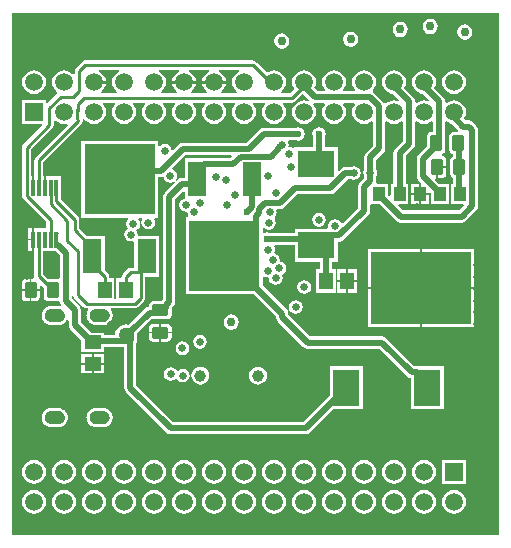
<source format=gbl>
G04*
G04 #@! TF.GenerationSoftware,Altium Limited,Altium Designer,22.0.2 (36)*
G04*
G04 Layer_Physical_Order=4*
G04 Layer_Color=16711680*
%FSLAX25Y25*%
%MOIN*%
G70*
G04*
G04 #@! TF.SameCoordinates,5F5B6C63-6FB6-4E28-9BE5-C2605847C7C1*
G04*
G04*
G04 #@! TF.FilePolarity,Positive*
G04*
G01*
G75*
%ADD14C,0.01000*%
G04:AMPARAMS|DCode=21|XSize=39.37mil|YSize=55.91mil|CornerRadius=4.92mil|HoleSize=0mil|Usage=FLASHONLY|Rotation=90.000|XOffset=0mil|YOffset=0mil|HoleType=Round|Shape=RoundedRectangle|*
%AMROUNDEDRECTD21*
21,1,0.03937,0.04606,0,0,90.0*
21,1,0.02953,0.05591,0,0,90.0*
1,1,0.00984,0.02303,0.01476*
1,1,0.00984,0.02303,-0.01476*
1,1,0.00984,-0.02303,-0.01476*
1,1,0.00984,-0.02303,0.01476*
%
%ADD21ROUNDEDRECTD21*%
%ADD24R,0.12284X0.09016*%
%ADD25R,0.04528X0.05709*%
%ADD26R,0.05709X0.04528*%
%ADD46C,0.02000*%
%ADD48O,0.06299X0.03150*%
%ADD49C,0.05906*%
%ADD50R,0.05906X0.05906*%
%ADD51C,0.03965*%
%ADD52C,0.02500*%
%ADD53C,0.03000*%
%ADD54C,0.01968*%
%ADD55C,0.02362*%
%ADD56C,0.05000*%
%ADD57R,0.06299X0.11811*%
%ADD58R,0.23622X0.23622*%
%ADD59R,0.03937X0.04724*%
%ADD60R,0.33268X0.24000*%
G04:AMPARAMS|DCode=61|XSize=39.37mil|YSize=55.91mil|CornerRadius=4.92mil|HoleSize=0mil|Usage=FLASHONLY|Rotation=0.000|XOffset=0mil|YOffset=0mil|HoleType=Round|Shape=RoundedRectangle|*
%AMROUNDEDRECTD61*
21,1,0.03937,0.04606,0,0,0.0*
21,1,0.02953,0.05591,0,0,0.0*
1,1,0.00984,0.01476,-0.02303*
1,1,0.00984,-0.01476,-0.02303*
1,1,0.00984,-0.01476,0.02303*
1,1,0.00984,0.01476,0.02303*
%
%ADD61ROUNDEDRECTD61*%
%ADD62R,0.09016X0.12284*%
%ADD63R,0.01181X0.05512*%
G36*
X163971Y1364D02*
X1675D01*
Y175471D01*
X163971D01*
Y1364D01*
D02*
G37*
%LPC*%
G36*
X141024Y173404D02*
X140049Y173210D01*
X139222Y172657D01*
X138670Y171830D01*
X138476Y170855D01*
X138670Y169879D01*
X139222Y169053D01*
X140049Y168500D01*
X141024Y168306D01*
X142000Y168500D01*
X142827Y169053D01*
X143379Y169879D01*
X143573Y170855D01*
X143379Y171830D01*
X142827Y172657D01*
X142000Y173210D01*
X141024Y173404D01*
D02*
G37*
G36*
X131025Y172404D02*
X130049Y172210D01*
X129222Y171657D01*
X128670Y170830D01*
X128476Y169855D01*
X128670Y168879D01*
X129222Y168052D01*
X130049Y167500D01*
X131025Y167306D01*
X132000Y167500D01*
X132827Y168052D01*
X133379Y168879D01*
X133573Y169855D01*
X133379Y170830D01*
X132827Y171657D01*
X132000Y172210D01*
X131025Y172404D01*
D02*
G37*
G36*
X152500Y171549D02*
X151524Y171355D01*
X150698Y170802D01*
X150145Y169975D01*
X149951Y169000D01*
X150145Y168025D01*
X150698Y167198D01*
X151524Y166645D01*
X152500Y166451D01*
X153475Y166645D01*
X154302Y167198D01*
X154855Y168025D01*
X155049Y169000D01*
X154855Y169975D01*
X154302Y170802D01*
X153475Y171355D01*
X152500Y171549D01*
D02*
G37*
G36*
X114500Y169124D02*
X113524Y168930D01*
X112698Y168378D01*
X112145Y167551D01*
X111951Y166575D01*
X112145Y165600D01*
X112698Y164773D01*
X113524Y164220D01*
X114500Y164026D01*
X115475Y164220D01*
X116302Y164773D01*
X116855Y165600D01*
X117049Y166575D01*
X116855Y167551D01*
X116302Y168378D01*
X115475Y168930D01*
X114500Y169124D01*
D02*
G37*
G36*
X91500Y168549D02*
X90525Y168355D01*
X89698Y167802D01*
X89145Y166975D01*
X88951Y166000D01*
X89145Y165024D01*
X89698Y164198D01*
X90525Y163645D01*
X91500Y163451D01*
X92475Y163645D01*
X93302Y164198D01*
X93855Y165024D01*
X94049Y166000D01*
X93855Y166975D01*
X93302Y167802D01*
X92475Y168355D01*
X91500Y168549D01*
D02*
G37*
G36*
X82000Y159529D02*
X26000D01*
X25415Y159413D01*
X24919Y159081D01*
X22919Y157081D01*
X22587Y156585D01*
X22471Y156000D01*
Y155018D01*
X21971Y154848D01*
X21760Y155122D01*
X20934Y155756D01*
X19973Y156154D01*
X18941Y156290D01*
X17909Y156154D01*
X16948Y155756D01*
X16122Y155122D01*
X15488Y154297D01*
X15090Y153335D01*
X14954Y152303D01*
X15090Y151271D01*
X15488Y150310D01*
X16122Y149484D01*
X16628Y149095D01*
X16675Y148914D01*
X16636Y148459D01*
X13394Y145216D01*
X12894Y145423D01*
Y146256D01*
X4988D01*
Y138350D01*
X11561D01*
X11752Y137889D01*
X5419Y131555D01*
X5087Y131058D01*
X4971Y130473D01*
Y114464D01*
X5087Y113879D01*
X5419Y113382D01*
X12939Y105862D01*
Y103595D01*
X8858D01*
Y99839D01*
Y96083D01*
X9002D01*
Y87650D01*
X9067Y87325D01*
X8723Y86825D01*
X8114D01*
Y83295D01*
X10817D01*
Y84548D01*
X11279Y84740D01*
X12183Y83835D01*
Y80697D01*
X12299Y80115D01*
X12629Y79621D01*
X13123Y79291D01*
X13705Y79176D01*
X16657D01*
X17002Y79244D01*
X17498Y79004D01*
X17577Y78915D01*
X17616Y78720D01*
X18058Y78058D01*
X18076Y78040D01*
X18071Y78028D01*
X17838Y77588D01*
X17728Y77615D01*
X17692Y77617D01*
X17660Y77630D01*
X17549Y77649D01*
X17529Y77649D01*
X17509Y77656D01*
X17395Y77671D01*
X17361Y77669D01*
X17328Y77678D01*
X17218Y77686D01*
X17199Y77684D01*
X17181Y77688D01*
X17067Y77692D01*
X17049Y77689D01*
X17031Y77693D01*
X14669D01*
X14652Y77689D01*
X14634Y77692D01*
X14520Y77688D01*
X14501Y77684D01*
X14482Y77686D01*
X14372Y77678D01*
X14340Y77669D01*
X14306Y77671D01*
X14191Y77656D01*
X14172Y77649D01*
X14151Y77649D01*
X14041Y77630D01*
X14008Y77617D01*
X13973Y77615D01*
X13863Y77588D01*
X13847Y77580D01*
X13830Y77579D01*
X13720Y77547D01*
X13685Y77529D01*
X13646Y77523D01*
X13540Y77484D01*
X13525Y77475D01*
X13509Y77472D01*
X13403Y77429D01*
X13383Y77416D01*
X13360Y77410D01*
X13258Y77363D01*
X13225Y77339D01*
X13187Y77327D01*
X13088Y77271D01*
X13077Y77261D01*
X13062Y77256D01*
X12964Y77197D01*
X12938Y77174D01*
X12906Y77160D01*
X12815Y77097D01*
X12795Y77076D01*
X12769Y77063D01*
X12679Y76992D01*
X12671Y76983D01*
X12662Y76978D01*
X12575Y76907D01*
X12550Y76877D01*
X12517Y76856D01*
X12435Y76778D01*
X12420Y76757D01*
X12399Y76743D01*
X12321Y76660D01*
X12300Y76627D01*
X12270Y76602D01*
X12199Y76516D01*
X12194Y76506D01*
X12185Y76499D01*
X12114Y76408D01*
X12101Y76382D01*
X12080Y76362D01*
X12017Y76271D01*
X12003Y76239D01*
X11980Y76214D01*
X11921Y76115D01*
X11916Y76100D01*
X11906Y76089D01*
X11851Y75990D01*
X11838Y75952D01*
X11814Y75919D01*
X11767Y75817D01*
X11762Y75794D01*
X11749Y75774D01*
X11705Y75668D01*
X11702Y75652D01*
X11693Y75638D01*
X11654Y75531D01*
X11648Y75492D01*
X11630Y75457D01*
X11598Y75347D01*
X11597Y75330D01*
X11590Y75314D01*
X11562Y75204D01*
X11560Y75169D01*
X11547Y75136D01*
X11528Y75026D01*
X11528Y75005D01*
X11522Y74986D01*
X11506Y74872D01*
X11508Y74838D01*
X11499Y74805D01*
X11491Y74695D01*
X11493Y74676D01*
X11489Y74657D01*
X11485Y74543D01*
X11491Y74508D01*
X11485Y74473D01*
X11489Y74359D01*
X11493Y74340D01*
X11491Y74321D01*
X11499Y74211D01*
X11508Y74178D01*
X11506Y74144D01*
X11522Y74030D01*
X11528Y74011D01*
X11528Y73990D01*
X11547Y73880D01*
X11560Y73847D01*
X11562Y73812D01*
X11590Y73702D01*
X11597Y73686D01*
X11598Y73669D01*
X11630Y73558D01*
X11648Y73523D01*
X11654Y73484D01*
X11693Y73378D01*
X11702Y73364D01*
X11705Y73348D01*
X11749Y73241D01*
X11762Y73222D01*
X11767Y73199D01*
X11814Y73096D01*
X11838Y73064D01*
X11851Y73025D01*
X11906Y72927D01*
X11916Y72915D01*
X11921Y72901D01*
X11980Y72802D01*
X12003Y72777D01*
X12017Y72745D01*
X12080Y72654D01*
X12101Y72634D01*
X12114Y72608D01*
X12185Y72517D01*
X12194Y72510D01*
X12199Y72500D01*
X12270Y72413D01*
X12300Y72389D01*
X12321Y72356D01*
X12399Y72273D01*
X12420Y72259D01*
X12435Y72238D01*
X12517Y72159D01*
X12550Y72139D01*
X12575Y72109D01*
X12662Y72038D01*
X12671Y72032D01*
X12679Y72024D01*
X12769Y71953D01*
X12795Y71940D01*
X12815Y71919D01*
X12906Y71856D01*
X12938Y71842D01*
X12964Y71819D01*
X13062Y71760D01*
X13077Y71754D01*
X13088Y71744D01*
X13187Y71689D01*
X13225Y71677D01*
X13258Y71653D01*
X13360Y71606D01*
X13383Y71600D01*
X13403Y71587D01*
X13509Y71544D01*
X13525Y71541D01*
X13540Y71532D01*
X13646Y71493D01*
X13685Y71487D01*
X13720Y71469D01*
X13830Y71437D01*
X13847Y71436D01*
X13863Y71428D01*
X13973Y71401D01*
X14008Y71399D01*
X14041Y71386D01*
X14152Y71366D01*
X14172Y71367D01*
X14191Y71360D01*
X14306Y71344D01*
X14340Y71346D01*
X14372Y71337D01*
X14482Y71329D01*
X14501Y71332D01*
X14520Y71328D01*
X14634Y71324D01*
X14652Y71326D01*
X14669Y71323D01*
X17031D01*
X17049Y71326D01*
X17067Y71324D01*
X17181Y71328D01*
X17199Y71332D01*
X17218Y71329D01*
X17328Y71337D01*
X17361Y71346D01*
X17395Y71344D01*
X17509Y71360D01*
X17529Y71367D01*
X17549Y71366D01*
X17660Y71386D01*
X17692Y71399D01*
X17728Y71401D01*
X17838Y71428D01*
X17853Y71436D01*
X17871Y71437D01*
X17981Y71469D01*
X18016Y71487D01*
X18055Y71493D01*
X18161Y71532D01*
X18175Y71541D01*
X18192Y71544D01*
X18298Y71587D01*
X18318Y71600D01*
X18341Y71606D01*
X18443Y71653D01*
X18476Y71677D01*
X18514Y71689D01*
X18612Y71744D01*
X18624Y71754D01*
X18639Y71759D01*
X18737Y71819D01*
X18763Y71842D01*
X18795Y71856D01*
X18886Y71919D01*
X18906Y71940D01*
X18932Y71953D01*
X19022Y72024D01*
X19029Y72032D01*
X19039Y72038D01*
X19126Y72109D01*
X19151Y72139D01*
X19184Y72159D01*
X19266Y72238D01*
X19281Y72259D01*
X19301Y72273D01*
X19380Y72356D01*
X19401Y72389D01*
X19431Y72413D01*
X19502Y72500D01*
X19507Y72510D01*
X19515Y72517D01*
X19586Y72608D01*
X19600Y72634D01*
X19620Y72654D01*
X19683Y72745D01*
X19697Y72776D01*
X19721Y72802D01*
X19780Y72901D01*
X19785Y72915D01*
X19795Y72927D01*
X19850Y73025D01*
X19852Y73030D01*
X19961Y73082D01*
X20456Y72788D01*
X20461Y72780D01*
Y71500D01*
X20616Y70720D01*
X21058Y70058D01*
X24646Y66470D01*
Y62279D01*
X32354D01*
Y63961D01*
X38961D01*
Y50500D01*
X39116Y49720D01*
X39558Y49058D01*
X53058Y35558D01*
X53720Y35116D01*
X54500Y34961D01*
X99496D01*
X100276Y35116D01*
X100938Y35558D01*
X108738Y43358D01*
X118504D01*
Y57642D01*
X107488D01*
Y47876D01*
X98651Y39039D01*
X55345D01*
X43039Y51345D01*
Y65259D01*
X43273Y65609D01*
X43428Y66389D01*
Y68544D01*
X48172Y73288D01*
X48697Y73183D01*
X53303D01*
X53885Y73299D01*
X54379Y73629D01*
X54709Y74123D01*
X54825Y74705D01*
Y77100D01*
X54830Y77127D01*
X55348Y77645D01*
X55790Y78307D01*
X55945Y79087D01*
X55945Y79087D01*
Y113061D01*
X58779Y115895D01*
X59241Y115703D01*
Y113570D01*
X58846Y113492D01*
X58102Y112994D01*
X57605Y112250D01*
X57430Y111372D01*
X57605Y110494D01*
X58102Y109750D01*
X58846Y109253D01*
X59621Y109099D01*
X59773Y109026D01*
X60132Y108649D01*
X60261Y108000D01*
X60448Y107721D01*
X60180Y107221D01*
X59634D01*
Y81599D01*
X82372D01*
X89660Y74311D01*
Y73943D01*
X89815Y73163D01*
X90257Y72501D01*
X98700Y64058D01*
X98700Y64058D01*
X99362Y63616D01*
X100142Y63461D01*
X100142Y63461D01*
X124159D01*
X133420Y54200D01*
X134082Y53758D01*
X134496Y53675D01*
Y43358D01*
X145512D01*
Y57642D01*
X136693D01*
X136496Y57681D01*
X135707D01*
X126446Y66942D01*
X125784Y67384D01*
X125004Y67539D01*
X100987D01*
X93738Y74788D01*
Y75156D01*
X93583Y75936D01*
X93141Y76598D01*
X85256Y84483D01*
Y87358D01*
X85756Y87625D01*
X86122Y87381D01*
X86747Y87256D01*
X87206Y87000D01*
X87381Y86122D01*
X87878Y85378D01*
X88622Y84881D01*
X89500Y84706D01*
X90378Y84881D01*
X91122Y85378D01*
X91619Y86122D01*
X91794Y87000D01*
X91619Y87878D01*
X91526Y88018D01*
X91586Y88165D01*
X92331Y88663D01*
X92828Y89407D01*
X93003Y90285D01*
X92828Y91163D01*
X92331Y91907D01*
X91586Y92404D01*
X90710Y92579D01*
X90794Y93000D01*
X90619Y93878D01*
X90122Y94622D01*
X89383Y95116D01*
X89270Y95196D01*
X89103Y95598D01*
X89119Y95622D01*
X89294Y96500D01*
X89119Y97378D01*
X89025Y97520D01*
X89260Y97961D01*
X95858D01*
Y92492D01*
X104197D01*
Y89854D01*
X102972D01*
Y82146D01*
X109500D01*
Y89854D01*
X108275D01*
Y92492D01*
X110142D01*
Y99157D01*
X110696D01*
X111477Y99312D01*
X112138Y99754D01*
X120442Y108058D01*
X120884Y108720D01*
X121039Y109500D01*
Y111182D01*
X121146Y111638D01*
X124199D01*
X129779Y106058D01*
X130440Y105616D01*
X131220Y105461D01*
X131220Y105461D01*
X151500D01*
X152280Y105616D01*
X152942Y106058D01*
X156442Y109558D01*
X156884Y110220D01*
X157039Y111000D01*
Y136328D01*
X156884Y137109D01*
X156442Y137770D01*
X156442Y137770D01*
X155270Y138942D01*
X154609Y139384D01*
X153828Y139539D01*
X152901D01*
X152280Y140161D01*
X152394Y140310D01*
X152792Y141271D01*
X152928Y142303D01*
X152792Y143335D01*
X152394Y144297D01*
X151760Y145122D01*
X150934Y145756D01*
X149973Y146154D01*
X148941Y146290D01*
X147909Y146154D01*
X146948Y145756D01*
X146492Y145406D01*
X145992Y145653D01*
Y146047D01*
X145837Y146828D01*
X145395Y147489D01*
X142446Y150437D01*
X142792Y151271D01*
X142928Y152303D01*
X142792Y153335D01*
X142394Y154297D01*
X141760Y155122D01*
X140934Y155756D01*
X139973Y156154D01*
X138941Y156290D01*
X137909Y156154D01*
X136948Y155756D01*
X136122Y155122D01*
X135488Y154297D01*
X135090Y153335D01*
X134954Y152303D01*
X135090Y151271D01*
X135488Y150310D01*
X136122Y149484D01*
X136948Y148850D01*
X137909Y148452D01*
X138778Y148338D01*
X140738Y146379D01*
X140454Y145955D01*
X139973Y146154D01*
X138941Y146290D01*
X137909Y146154D01*
X136948Y145756D01*
X136492Y145406D01*
X135992Y145653D01*
Y146047D01*
X135837Y146828D01*
X135395Y147489D01*
X132447Y150437D01*
X132792Y151271D01*
X132928Y152303D01*
X132792Y153335D01*
X132394Y154297D01*
X131760Y155122D01*
X130934Y155756D01*
X129973Y156154D01*
X128941Y156290D01*
X127909Y156154D01*
X126947Y155756D01*
X126122Y155122D01*
X125488Y154297D01*
X125090Y153335D01*
X124954Y152303D01*
X125090Y151271D01*
X125488Y150310D01*
X126122Y149484D01*
X126947Y148850D01*
X127909Y148452D01*
X128779Y148338D01*
X130738Y146379D01*
X130454Y145955D01*
X129973Y146154D01*
X128941Y146290D01*
X127909Y146154D01*
X126947Y145756D01*
X126267Y145234D01*
X126178Y145216D01*
X125789Y145267D01*
X125649Y145327D01*
X125336Y145797D01*
X122434Y148698D01*
X121965Y149011D01*
X121905Y149151D01*
X121854Y149540D01*
X121872Y149629D01*
X122394Y150310D01*
X122792Y151271D01*
X122928Y152303D01*
X122792Y153335D01*
X122394Y154297D01*
X121760Y155122D01*
X120934Y155756D01*
X119973Y156154D01*
X118941Y156290D01*
X117909Y156154D01*
X116947Y155756D01*
X116122Y155122D01*
X115488Y154297D01*
X115090Y153335D01*
X114954Y152303D01*
X115090Y151271D01*
X115488Y150310D01*
X115883Y149795D01*
X115637Y149295D01*
X112245D01*
X111999Y149795D01*
X112394Y150310D01*
X112792Y151271D01*
X112928Y152303D01*
X112792Y153335D01*
X112394Y154297D01*
X111760Y155122D01*
X110934Y155756D01*
X109973Y156154D01*
X108941Y156290D01*
X107909Y156154D01*
X106948Y155756D01*
X106122Y155122D01*
X105488Y154297D01*
X105090Y153335D01*
X104954Y152303D01*
X105090Y151271D01*
X105488Y150310D01*
X105883Y149795D01*
X105637Y149295D01*
X103589D01*
X102446Y150437D01*
X102792Y151271D01*
X102928Y152303D01*
X102792Y153335D01*
X102394Y154297D01*
X101760Y155122D01*
X100934Y155756D01*
X99973Y156154D01*
X98941Y156290D01*
X97909Y156154D01*
X96947Y155756D01*
X96122Y155122D01*
X95488Y154297D01*
X95090Y153335D01*
X94954Y152303D01*
X95090Y151271D01*
X95488Y150310D01*
X95774Y149937D01*
X94367Y148529D01*
X91337D01*
X91168Y149029D01*
X91760Y149484D01*
X92394Y150310D01*
X92792Y151271D01*
X92928Y152303D01*
X92792Y153335D01*
X92394Y154297D01*
X91760Y155122D01*
X90934Y155756D01*
X89973Y156154D01*
X88941Y156290D01*
X87909Y156154D01*
X86948Y155756D01*
X86642Y155521D01*
X83374Y158789D01*
X83081Y159081D01*
X82585Y159413D01*
X82349Y159460D01*
X82000Y159529D01*
D02*
G37*
G36*
X148941Y156290D02*
X147909Y156154D01*
X146948Y155756D01*
X146122Y155122D01*
X145488Y154297D01*
X145090Y153335D01*
X144954Y152303D01*
X145090Y151271D01*
X145488Y150310D01*
X146122Y149484D01*
X146948Y148850D01*
X147909Y148452D01*
X148941Y148316D01*
X149973Y148452D01*
X150934Y148850D01*
X151760Y149484D01*
X152394Y150310D01*
X152792Y151271D01*
X152928Y152303D01*
X152792Y153335D01*
X152394Y154297D01*
X151760Y155122D01*
X150934Y155756D01*
X149973Y156154D01*
X148941Y156290D01*
D02*
G37*
G36*
X8941D02*
X7909Y156154D01*
X6948Y155756D01*
X6122Y155122D01*
X5488Y154297D01*
X5090Y153335D01*
X4954Y152303D01*
X5090Y151271D01*
X5488Y150310D01*
X6122Y149484D01*
X6948Y148850D01*
X7909Y148452D01*
X8941Y148316D01*
X9973Y148452D01*
X10934Y148850D01*
X11760Y149484D01*
X12394Y150310D01*
X12792Y151271D01*
X12928Y152303D01*
X12792Y153335D01*
X12394Y154297D01*
X11760Y155122D01*
X10934Y155756D01*
X9973Y156154D01*
X8941Y156290D01*
D02*
G37*
G36*
X8268Y103595D02*
X6972D01*
Y100134D01*
X8268D01*
Y103595D01*
D02*
G37*
G36*
Y99543D02*
X6972D01*
Y96083D01*
X8268D01*
Y99543D01*
D02*
G37*
G36*
X116587Y89854D02*
X113618D01*
Y86295D01*
X116587D01*
Y89854D01*
D02*
G37*
G36*
X113028D02*
X110059D01*
Y86295D01*
X113028D01*
Y89854D01*
D02*
G37*
G36*
X155634Y96661D02*
X138295D01*
Y83957D01*
X155634D01*
Y96661D01*
D02*
G37*
G36*
X137705D02*
X120366D01*
Y83957D01*
X137705D01*
Y96661D01*
D02*
G37*
G36*
X7524Y86825D02*
X6342D01*
X5760Y86709D01*
X5267Y86379D01*
X4937Y85885D01*
X4821Y85303D01*
Y83295D01*
X7524D01*
Y86825D01*
D02*
G37*
G36*
X116587Y85705D02*
X113618D01*
Y82146D01*
X116587D01*
Y85705D01*
D02*
G37*
G36*
X113028D02*
X110059D01*
Y82146D01*
X113028D01*
Y85705D01*
D02*
G37*
G36*
X99000Y86294D02*
X98122Y86119D01*
X97378Y85622D01*
X96881Y84878D01*
X96706Y84000D01*
X96881Y83122D01*
X97378Y82378D01*
X98122Y81881D01*
X99000Y81706D01*
X99878Y81881D01*
X100622Y82378D01*
X101119Y83122D01*
X101294Y84000D01*
X101119Y84878D01*
X100622Y85622D01*
X99878Y86119D01*
X99000Y86294D01*
D02*
G37*
G36*
X10817Y82705D02*
X8114D01*
Y79176D01*
X9295D01*
X9877Y79291D01*
X10371Y79621D01*
X10701Y80115D01*
X10817Y80697D01*
Y82705D01*
D02*
G37*
G36*
X7524D02*
X4821D01*
Y80697D01*
X4937Y80115D01*
X5267Y79621D01*
X5760Y79291D01*
X6342Y79176D01*
X7524D01*
Y82705D01*
D02*
G37*
G36*
X96194Y79599D02*
X95317Y79425D01*
X94572Y78928D01*
X94075Y78183D01*
X93901Y77306D01*
X94075Y76428D01*
X94572Y75683D01*
X95317Y75186D01*
X96194Y75011D01*
X97072Y75186D01*
X97817Y75683D01*
X98314Y76428D01*
X98489Y77306D01*
X98314Y78183D01*
X97817Y78928D01*
X97072Y79425D01*
X96194Y79599D01*
D02*
G37*
G36*
X155634Y83366D02*
X138295D01*
Y70661D01*
X155634D01*
Y83366D01*
D02*
G37*
G36*
X137705D02*
X120366D01*
Y70661D01*
X137705D01*
Y83366D01*
D02*
G37*
G36*
X74700Y74858D02*
X73725Y74664D01*
X72898Y74111D01*
X72345Y73284D01*
X72151Y72309D01*
X72345Y71333D01*
X72898Y70506D01*
X73725Y69954D01*
X74700Y69760D01*
X75676Y69954D01*
X76503Y70506D01*
X77055Y71333D01*
X77249Y72309D01*
X77055Y73284D01*
X76503Y74111D01*
X75676Y74664D01*
X74700Y74858D01*
D02*
G37*
G36*
X53303Y71817D02*
X51295D01*
Y69114D01*
X54825D01*
Y70295D01*
X54709Y70877D01*
X54379Y71371D01*
X53885Y71701D01*
X53303Y71817D01*
D02*
G37*
G36*
X50705D02*
X48697D01*
X48115Y71701D01*
X47621Y71371D01*
X47291Y70877D01*
X47175Y70295D01*
Y69114D01*
X50705D01*
Y71817D01*
D02*
G37*
G36*
X54825Y68524D02*
X51295D01*
Y65821D01*
X53303D01*
X53885Y65937D01*
X54379Y66267D01*
X54709Y66760D01*
X54825Y67343D01*
Y68524D01*
D02*
G37*
G36*
X50705D02*
X47175D01*
Y67343D01*
X47291Y66760D01*
X47621Y66267D01*
X48115Y65937D01*
X48697Y65821D01*
X50705D01*
Y68524D01*
D02*
G37*
G36*
X64250Y68044D02*
X63372Y67869D01*
X62628Y67372D01*
X62131Y66628D01*
X61956Y65750D01*
X62131Y64872D01*
X62628Y64128D01*
X63372Y63631D01*
X64250Y63456D01*
X65128Y63631D01*
X65872Y64128D01*
X66369Y64872D01*
X66544Y65750D01*
X66369Y66628D01*
X65872Y67372D01*
X65128Y67869D01*
X64250Y68044D01*
D02*
G37*
G36*
X58444Y65850D02*
X57567Y65675D01*
X56822Y65178D01*
X56325Y64433D01*
X56151Y63556D01*
X56325Y62678D01*
X56822Y61933D01*
X57567Y61436D01*
X58444Y61261D01*
X59323Y61436D01*
X60067Y61933D01*
X60564Y62678D01*
X60739Y63556D01*
X60564Y64433D01*
X60067Y65178D01*
X59323Y65675D01*
X58444Y65850D01*
D02*
G37*
G36*
X32354Y61721D02*
X28795D01*
Y58752D01*
X32354D01*
Y61721D01*
D02*
G37*
G36*
X28205D02*
X24646D01*
Y58752D01*
X28205D01*
Y61721D01*
D02*
G37*
G36*
X32354Y58161D02*
X28795D01*
Y55193D01*
X32354D01*
Y58161D01*
D02*
G37*
G36*
X28205D02*
X24646D01*
Y55193D01*
X28205D01*
Y58161D01*
D02*
G37*
G36*
X54511Y57306D02*
X53634Y57131D01*
X52889Y56634D01*
X52392Y55889D01*
X52217Y55011D01*
X52392Y54134D01*
X52889Y53389D01*
X53634Y52892D01*
X54511Y52717D01*
X55389Y52892D01*
X56134Y53389D01*
X56635Y53241D01*
X56878Y52878D01*
X57622Y52381D01*
X58500Y52206D01*
X59378Y52381D01*
X60122Y52878D01*
X60619Y53622D01*
X60794Y54500D01*
X60619Y55378D01*
X60122Y56122D01*
X59378Y56619D01*
X58500Y56794D01*
X57622Y56619D01*
X56878Y56122D01*
X56376Y56271D01*
X56134Y56634D01*
X55389Y57131D01*
X54511Y57306D01*
D02*
G37*
G36*
X83606Y57508D02*
X82828Y57406D01*
X82102Y57105D01*
X81479Y56627D01*
X81001Y56004D01*
X80701Y55278D01*
X80598Y54500D01*
X80701Y53721D01*
X81001Y52996D01*
X81479Y52373D01*
X82102Y51895D01*
X82828Y51595D01*
X83606Y51492D01*
X84385Y51595D01*
X85110Y51895D01*
X85733Y52373D01*
X86211Y52996D01*
X86512Y53721D01*
X86614Y54500D01*
X86512Y55278D01*
X86211Y56004D01*
X85733Y56627D01*
X85110Y57105D01*
X84385Y57406D01*
X83606Y57508D01*
D02*
G37*
G36*
X64394D02*
X63615Y57406D01*
X62890Y57105D01*
X62267Y56627D01*
X61789Y56004D01*
X61488Y55278D01*
X61386Y54500D01*
X61488Y53721D01*
X61789Y52996D01*
X62267Y52373D01*
X62890Y51895D01*
X63615Y51595D01*
X64394Y51492D01*
X65172Y51595D01*
X65898Y51895D01*
X66521Y52373D01*
X66999Y52996D01*
X67299Y53721D01*
X67402Y54500D01*
X67299Y55278D01*
X66999Y56004D01*
X66521Y56627D01*
X65898Y57105D01*
X65172Y57406D01*
X64394Y57508D01*
D02*
G37*
G36*
X31992Y43677D02*
X29630D01*
X29612Y43674D01*
X29595Y43676D01*
X29481Y43672D01*
X29462Y43668D01*
X29443Y43670D01*
X29333Y43663D01*
X29300Y43654D01*
X29266Y43656D01*
X29152Y43640D01*
X29133Y43633D01*
X29112Y43634D01*
X29002Y43614D01*
X28969Y43601D01*
X28934Y43599D01*
X28824Y43572D01*
X28808Y43564D01*
X28791Y43563D01*
X28681Y43532D01*
X28645Y43514D01*
X28607Y43507D01*
X28500Y43468D01*
X28486Y43459D01*
X28470Y43456D01*
X28363Y43413D01*
X28344Y43400D01*
X28321Y43394D01*
X28218Y43347D01*
X28186Y43323D01*
X28148Y43311D01*
X28049Y43256D01*
X28037Y43246D01*
X28023Y43240D01*
X27924Y43181D01*
X27898Y43158D01*
X27867Y43144D01*
X27776Y43081D01*
X27756Y43060D01*
X27730Y43047D01*
X27639Y42976D01*
X27632Y42968D01*
X27622Y42962D01*
X27536Y42891D01*
X27511Y42862D01*
X27478Y42841D01*
X27395Y42762D01*
X27381Y42741D01*
X27360Y42727D01*
X27281Y42644D01*
X27261Y42611D01*
X27231Y42587D01*
X27160Y42500D01*
X27154Y42490D01*
X27146Y42483D01*
X27075Y42392D01*
X27062Y42366D01*
X27041Y42346D01*
X26978Y42255D01*
X26964Y42224D01*
X26941Y42198D01*
X26882Y42099D01*
X26876Y42085D01*
X26866Y42073D01*
X26811Y41975D01*
X26799Y41936D01*
X26775Y41904D01*
X26728Y41801D01*
X26722Y41778D01*
X26709Y41759D01*
X26666Y41652D01*
X26663Y41636D01*
X26654Y41622D01*
X26615Y41515D01*
X26608Y41477D01*
X26590Y41442D01*
X26559Y41331D01*
X26558Y41314D01*
X26550Y41298D01*
X26523Y41188D01*
X26521Y41153D01*
X26508Y41120D01*
X26488Y41010D01*
X26489Y40989D01*
X26482Y40970D01*
X26466Y40856D01*
X26468Y40822D01*
X26459Y40789D01*
X26452Y40679D01*
X26454Y40660D01*
X26449Y40641D01*
X26446Y40527D01*
X26451Y40492D01*
X26446Y40457D01*
X26449Y40343D01*
X26454Y40324D01*
X26452Y40305D01*
X26459Y40195D01*
X26468Y40162D01*
X26466Y40128D01*
X26482Y40014D01*
X26489Y39995D01*
X26488Y39974D01*
X26508Y39864D01*
X26521Y39831D01*
X26523Y39796D01*
X26550Y39686D01*
X26558Y39670D01*
X26559Y39653D01*
X26590Y39543D01*
X26608Y39508D01*
X26615Y39469D01*
X26654Y39362D01*
X26663Y39348D01*
X26666Y39332D01*
X26709Y39226D01*
X26722Y39206D01*
X26728Y39183D01*
X26775Y39081D01*
X26799Y39048D01*
X26811Y39010D01*
X26866Y38911D01*
X26876Y38899D01*
X26882Y38885D01*
X26941Y38787D01*
X26964Y38761D01*
X26978Y38729D01*
X27041Y38638D01*
X27062Y38618D01*
X27075Y38592D01*
X27146Y38502D01*
X27154Y38494D01*
X27160Y38484D01*
X27231Y38398D01*
X27261Y38373D01*
X27281Y38340D01*
X27360Y38258D01*
X27381Y38243D01*
X27395Y38222D01*
X27478Y38144D01*
X27511Y38123D01*
X27536Y38093D01*
X27622Y38022D01*
X27632Y38017D01*
X27639Y38008D01*
X27730Y37937D01*
X27756Y37924D01*
X27776Y37903D01*
X27867Y37840D01*
X27898Y37826D01*
X27924Y37803D01*
X28023Y37744D01*
X28037Y37739D01*
X28049Y37729D01*
X28148Y37673D01*
X28186Y37661D01*
X28218Y37637D01*
X28321Y37590D01*
X28344Y37584D01*
X28363Y37571D01*
X28470Y37528D01*
X28486Y37525D01*
X28500Y37516D01*
X28607Y37477D01*
X28646Y37471D01*
X28681Y37453D01*
X28791Y37421D01*
X28808Y37420D01*
X28824Y37412D01*
X28934Y37385D01*
X28969Y37383D01*
X29002Y37370D01*
X29112Y37351D01*
X29133Y37351D01*
X29152Y37344D01*
X29266Y37329D01*
X29300Y37331D01*
X29333Y37322D01*
X29443Y37314D01*
X29462Y37316D01*
X29481Y37312D01*
X29595Y37308D01*
X29612Y37311D01*
X29630Y37307D01*
X31992D01*
X32010Y37311D01*
X32027Y37308D01*
X32142Y37312D01*
X32160Y37316D01*
X32179Y37314D01*
X32289Y37322D01*
X32322Y37331D01*
X32356Y37329D01*
X32470Y37344D01*
X32489Y37351D01*
X32510Y37351D01*
X32620Y37370D01*
X32653Y37383D01*
X32688Y37385D01*
X32798Y37412D01*
X32814Y37420D01*
X32831Y37421D01*
X32942Y37453D01*
X32977Y37471D01*
X33015Y37477D01*
X33122Y37516D01*
X33136Y37525D01*
X33152Y37528D01*
X33259Y37571D01*
X33278Y37584D01*
X33301Y37590D01*
X33404Y37637D01*
X33436Y37661D01*
X33475Y37673D01*
X33573Y37729D01*
X33585Y37739D01*
X33599Y37744D01*
X33698Y37803D01*
X33724Y37826D01*
X33755Y37840D01*
X33846Y37903D01*
X33866Y37924D01*
X33892Y37937D01*
X33983Y38008D01*
X33990Y38017D01*
X34000Y38022D01*
X34087Y38093D01*
X34111Y38123D01*
X34144Y38144D01*
X34227Y38222D01*
X34241Y38243D01*
X34262Y38258D01*
X34341Y38340D01*
X34361Y38373D01*
X34391Y38398D01*
X34462Y38484D01*
X34468Y38494D01*
X34476Y38502D01*
X34547Y38592D01*
X34560Y38618D01*
X34581Y38638D01*
X34644Y38729D01*
X34658Y38761D01*
X34681Y38787D01*
X34740Y38885D01*
X34746Y38899D01*
X34756Y38911D01*
X34811Y39010D01*
X34823Y39048D01*
X34847Y39081D01*
X34894Y39183D01*
X34900Y39206D01*
X34913Y39226D01*
X34956Y39332D01*
X34959Y39348D01*
X34968Y39362D01*
X35007Y39469D01*
X35013Y39508D01*
X35032Y39543D01*
X35063Y39653D01*
X35064Y39670D01*
X35072Y39686D01*
X35099Y39796D01*
X35101Y39831D01*
X35114Y39864D01*
X35134Y39974D01*
X35133Y39995D01*
X35140Y40014D01*
X35156Y40128D01*
X35154Y40162D01*
X35163Y40195D01*
X35171Y40305D01*
X35168Y40324D01*
X35173Y40343D01*
X35177Y40457D01*
X35171Y40492D01*
X35177Y40527D01*
X35173Y40641D01*
X35168Y40660D01*
X35171Y40679D01*
X35163Y40789D01*
X35154Y40822D01*
X35156Y40856D01*
X35140Y40970D01*
X35133Y40989D01*
X35134Y41010D01*
X35114Y41120D01*
X35101Y41153D01*
X35099Y41188D01*
X35072Y41298D01*
X35064Y41314D01*
X35063Y41331D01*
X35032Y41442D01*
X35013Y41477D01*
X35007Y41515D01*
X34968Y41622D01*
X34959Y41636D01*
X34956Y41652D01*
X34913Y41759D01*
X34900Y41778D01*
X34894Y41801D01*
X34847Y41904D01*
X34823Y41936D01*
X34811Y41975D01*
X34756Y42073D01*
X34746Y42085D01*
X34740Y42099D01*
X34681Y42198D01*
X34658Y42224D01*
X34644Y42255D01*
X34581Y42346D01*
X34560Y42366D01*
X34547Y42392D01*
X34476Y42483D01*
X34468Y42490D01*
X34462Y42500D01*
X34391Y42587D01*
X34361Y42611D01*
X34341Y42644D01*
X34262Y42727D01*
X34241Y42741D01*
X34227Y42762D01*
X34144Y42841D01*
X34111Y42862D01*
X34087Y42891D01*
X34000Y42962D01*
X33990Y42968D01*
X33983Y42976D01*
X33892Y43047D01*
X33866Y43060D01*
X33846Y43081D01*
X33755Y43144D01*
X33724Y43158D01*
X33698Y43181D01*
X33599Y43240D01*
X33585Y43246D01*
X33573Y43256D01*
X33475Y43311D01*
X33436Y43323D01*
X33404Y43347D01*
X33301Y43394D01*
X33278Y43400D01*
X33259Y43413D01*
X33152Y43456D01*
X33136Y43459D01*
X33122Y43468D01*
X33015Y43507D01*
X32977Y43514D01*
X32941Y43532D01*
X32831Y43563D01*
X32814Y43564D01*
X32798Y43572D01*
X32688Y43599D01*
X32653Y43601D01*
X32620Y43614D01*
X32510Y43634D01*
X32489Y43633D01*
X32470Y43640D01*
X32356Y43656D01*
X32322Y43654D01*
X32289Y43663D01*
X32179Y43670D01*
X32160Y43668D01*
X32142Y43672D01*
X32027Y43676D01*
X32010Y43674D01*
X31992Y43677D01*
D02*
G37*
G36*
X17031D02*
X14669D01*
X14652Y43674D01*
X14634Y43676D01*
X14520Y43672D01*
X14501Y43668D01*
X14482Y43670D01*
X14372Y43663D01*
X14340Y43654D01*
X14306Y43656D01*
X14191Y43640D01*
X14172Y43633D01*
X14152Y43634D01*
X14041Y43614D01*
X14008Y43601D01*
X13973Y43599D01*
X13863Y43572D01*
X13847Y43564D01*
X13830Y43563D01*
X13720Y43532D01*
X13685Y43514D01*
X13646Y43507D01*
X13540Y43468D01*
X13525Y43459D01*
X13509Y43456D01*
X13403Y43413D01*
X13383Y43400D01*
X13360Y43394D01*
X13258Y43347D01*
X13225Y43323D01*
X13187Y43311D01*
X13088Y43256D01*
X13077Y43246D01*
X13062Y43240D01*
X12964Y43181D01*
X12938Y43158D01*
X12906Y43144D01*
X12815Y43081D01*
X12795Y43060D01*
X12769Y43047D01*
X12679Y42976D01*
X12671Y42968D01*
X12662Y42962D01*
X12575Y42891D01*
X12550Y42862D01*
X12517Y42841D01*
X12435Y42762D01*
X12420Y42741D01*
X12399Y42727D01*
X12321Y42644D01*
X12300Y42611D01*
X12270Y42587D01*
X12199Y42500D01*
X12194Y42490D01*
X12185Y42483D01*
X12114Y42392D01*
X12101Y42366D01*
X12080Y42346D01*
X12017Y42255D01*
X12003Y42224D01*
X11980Y42198D01*
X11921Y42099D01*
X11916Y42085D01*
X11906Y42073D01*
X11851Y41975D01*
X11838Y41936D01*
X11814Y41904D01*
X11767Y41801D01*
X11762Y41778D01*
X11749Y41759D01*
X11705Y41652D01*
X11702Y41636D01*
X11693Y41622D01*
X11654Y41515D01*
X11648Y41477D01*
X11630Y41442D01*
X11598Y41331D01*
X11597Y41314D01*
X11590Y41298D01*
X11562Y41188D01*
X11560Y41153D01*
X11547Y41120D01*
X11528Y41010D01*
X11528Y40989D01*
X11522Y40970D01*
X11506Y40856D01*
X11508Y40822D01*
X11499Y40789D01*
X11491Y40679D01*
X11493Y40660D01*
X11489Y40641D01*
X11485Y40527D01*
X11491Y40492D01*
X11485Y40457D01*
X11489Y40343D01*
X11493Y40324D01*
X11491Y40305D01*
X11499Y40195D01*
X11508Y40162D01*
X11506Y40128D01*
X11522Y40014D01*
X11528Y39995D01*
X11528Y39974D01*
X11547Y39864D01*
X11560Y39831D01*
X11562Y39796D01*
X11590Y39686D01*
X11597Y39670D01*
X11598Y39653D01*
X11630Y39543D01*
X11648Y39508D01*
X11654Y39469D01*
X11693Y39362D01*
X11702Y39348D01*
X11705Y39332D01*
X11749Y39226D01*
X11762Y39206D01*
X11767Y39183D01*
X11814Y39081D01*
X11838Y39048D01*
X11851Y39010D01*
X11906Y38911D01*
X11916Y38899D01*
X11921Y38885D01*
X11980Y38787D01*
X12003Y38761D01*
X12017Y38729D01*
X12080Y38638D01*
X12101Y38618D01*
X12114Y38592D01*
X12185Y38502D01*
X12194Y38494D01*
X12199Y38484D01*
X12270Y38398D01*
X12300Y38373D01*
X12321Y38340D01*
X12399Y38258D01*
X12420Y38243D01*
X12435Y38222D01*
X12517Y38144D01*
X12550Y38123D01*
X12575Y38093D01*
X12662Y38022D01*
X12671Y38017D01*
X12679Y38008D01*
X12769Y37937D01*
X12795Y37924D01*
X12815Y37903D01*
X12906Y37840D01*
X12938Y37826D01*
X12964Y37803D01*
X13062Y37744D01*
X13077Y37739D01*
X13088Y37729D01*
X13187Y37673D01*
X13225Y37661D01*
X13258Y37637D01*
X13360Y37590D01*
X13383Y37584D01*
X13403Y37571D01*
X13509Y37528D01*
X13525Y37525D01*
X13540Y37516D01*
X13646Y37477D01*
X13685Y37471D01*
X13720Y37453D01*
X13830Y37421D01*
X13847Y37420D01*
X13863Y37412D01*
X13973Y37385D01*
X14008Y37383D01*
X14041Y37370D01*
X14151Y37351D01*
X14172Y37351D01*
X14191Y37344D01*
X14306Y37329D01*
X14340Y37331D01*
X14372Y37322D01*
X14482Y37314D01*
X14501Y37316D01*
X14520Y37312D01*
X14634Y37308D01*
X14652Y37311D01*
X14669Y37307D01*
X17031D01*
X17049Y37311D01*
X17067Y37308D01*
X17181Y37312D01*
X17199Y37316D01*
X17218Y37314D01*
X17328Y37322D01*
X17361Y37331D01*
X17395Y37329D01*
X17509Y37344D01*
X17529Y37351D01*
X17549Y37351D01*
X17660Y37370D01*
X17692Y37383D01*
X17728Y37385D01*
X17838Y37412D01*
X17853Y37420D01*
X17871Y37421D01*
X17981Y37453D01*
X18016Y37471D01*
X18055Y37477D01*
X18161Y37516D01*
X18175Y37525D01*
X18192Y37528D01*
X18298Y37571D01*
X18318Y37584D01*
X18341Y37590D01*
X18443Y37637D01*
X18476Y37661D01*
X18514Y37673D01*
X18612Y37729D01*
X18624Y37739D01*
X18639Y37744D01*
X18737Y37803D01*
X18763Y37826D01*
X18795Y37840D01*
X18885Y37903D01*
X18906Y37924D01*
X18932Y37937D01*
X19022Y38008D01*
X19029Y38017D01*
X19039Y38022D01*
X19126Y38093D01*
X19151Y38123D01*
X19184Y38144D01*
X19266Y38222D01*
X19281Y38243D01*
X19301Y38258D01*
X19380Y38340D01*
X19401Y38373D01*
X19431Y38398D01*
X19502Y38484D01*
X19507Y38494D01*
X19515Y38502D01*
X19586Y38592D01*
X19600Y38618D01*
X19620Y38638D01*
X19683Y38729D01*
X19697Y38761D01*
X19721Y38787D01*
X19780Y38885D01*
X19785Y38899D01*
X19795Y38911D01*
X19850Y39010D01*
X19863Y39048D01*
X19886Y39081D01*
X19934Y39183D01*
X19939Y39206D01*
X19952Y39226D01*
X19995Y39332D01*
X19999Y39348D01*
X20007Y39362D01*
X20047Y39469D01*
X20053Y39508D01*
X20071Y39543D01*
X20102Y39653D01*
X20104Y39670D01*
X20111Y39686D01*
X20139Y39796D01*
X20141Y39831D01*
X20153Y39864D01*
X20173Y39974D01*
X20173Y39995D01*
X20179Y40014D01*
X20195Y40128D01*
X20193Y40162D01*
X20202Y40195D01*
X20210Y40305D01*
X20208Y40324D01*
X20212Y40343D01*
X20216Y40457D01*
X20210Y40492D01*
X20216Y40527D01*
X20212Y40641D01*
X20208Y40660D01*
X20210Y40679D01*
X20202Y40789D01*
X20193Y40822D01*
X20195Y40856D01*
X20179Y40970D01*
X20173Y40989D01*
X20173Y41010D01*
X20153Y41120D01*
X20141Y41153D01*
X20139Y41188D01*
X20111Y41298D01*
X20104Y41314D01*
X20102Y41331D01*
X20071Y41442D01*
X20053Y41477D01*
X20047Y41515D01*
X20007Y41622D01*
X19999Y41636D01*
X19995Y41652D01*
X19952Y41759D01*
X19939Y41778D01*
X19934Y41801D01*
X19886Y41904D01*
X19863Y41936D01*
X19850Y41975D01*
X19795Y42073D01*
X19785Y42085D01*
X19780Y42099D01*
X19721Y42198D01*
X19697Y42224D01*
X19683Y42255D01*
X19620Y42346D01*
X19600Y42366D01*
X19586Y42392D01*
X19515Y42483D01*
X19507Y42490D01*
X19502Y42500D01*
X19431Y42587D01*
X19401Y42611D01*
X19380Y42644D01*
X19301Y42727D01*
X19281Y42741D01*
X19266Y42762D01*
X19184Y42841D01*
X19151Y42862D01*
X19126Y42891D01*
X19039Y42962D01*
X19029Y42968D01*
X19022Y42976D01*
X18932Y43047D01*
X18906Y43060D01*
X18886Y43081D01*
X18795Y43144D01*
X18763Y43158D01*
X18737Y43181D01*
X18639Y43240D01*
X18624Y43246D01*
X18612Y43256D01*
X18514Y43311D01*
X18476Y43323D01*
X18443Y43347D01*
X18341Y43394D01*
X18318Y43400D01*
X18298Y43413D01*
X18192Y43456D01*
X18175Y43459D01*
X18161Y43468D01*
X18055Y43507D01*
X18016Y43514D01*
X17981Y43532D01*
X17871Y43563D01*
X17853Y43564D01*
X17838Y43572D01*
X17728Y43599D01*
X17692Y43601D01*
X17660Y43614D01*
X17549Y43634D01*
X17529Y43633D01*
X17509Y43640D01*
X17395Y43656D01*
X17361Y43654D01*
X17328Y43663D01*
X17218Y43670D01*
X17199Y43668D01*
X17181Y43672D01*
X17067Y43676D01*
X17049Y43674D01*
X17031Y43677D01*
D02*
G37*
G36*
X152894Y26335D02*
X144988D01*
Y18429D01*
X152894D01*
Y26335D01*
D02*
G37*
G36*
X138941Y26369D02*
X137909Y26233D01*
X136948Y25835D01*
X136122Y25201D01*
X135488Y24375D01*
X135090Y23414D01*
X134954Y22382D01*
X135090Y21350D01*
X135488Y20389D01*
X136122Y19563D01*
X136948Y18929D01*
X137909Y18531D01*
X138941Y18395D01*
X139973Y18531D01*
X140934Y18929D01*
X141760Y19563D01*
X142394Y20389D01*
X142792Y21350D01*
X142928Y22382D01*
X142792Y23414D01*
X142394Y24375D01*
X141760Y25201D01*
X140934Y25835D01*
X139973Y26233D01*
X138941Y26369D01*
D02*
G37*
G36*
X128941D02*
X127909Y26233D01*
X126947Y25835D01*
X126122Y25201D01*
X125488Y24375D01*
X125090Y23414D01*
X124954Y22382D01*
X125090Y21350D01*
X125488Y20389D01*
X126122Y19563D01*
X126947Y18929D01*
X127909Y18531D01*
X128941Y18395D01*
X129973Y18531D01*
X130934Y18929D01*
X131760Y19563D01*
X132394Y20389D01*
X132792Y21350D01*
X132928Y22382D01*
X132792Y23414D01*
X132394Y24375D01*
X131760Y25201D01*
X130934Y25835D01*
X129973Y26233D01*
X128941Y26369D01*
D02*
G37*
G36*
X118941D02*
X117909Y26233D01*
X116947Y25835D01*
X116122Y25201D01*
X115488Y24375D01*
X115090Y23414D01*
X114954Y22382D01*
X115090Y21350D01*
X115488Y20389D01*
X116122Y19563D01*
X116947Y18929D01*
X117909Y18531D01*
X118941Y18395D01*
X119973Y18531D01*
X120934Y18929D01*
X121760Y19563D01*
X122394Y20389D01*
X122792Y21350D01*
X122928Y22382D01*
X122792Y23414D01*
X122394Y24375D01*
X121760Y25201D01*
X120934Y25835D01*
X119973Y26233D01*
X118941Y26369D01*
D02*
G37*
G36*
X108941D02*
X107909Y26233D01*
X106948Y25835D01*
X106122Y25201D01*
X105488Y24375D01*
X105090Y23414D01*
X104954Y22382D01*
X105090Y21350D01*
X105488Y20389D01*
X106122Y19563D01*
X106948Y18929D01*
X107909Y18531D01*
X108941Y18395D01*
X109973Y18531D01*
X110934Y18929D01*
X111760Y19563D01*
X112394Y20389D01*
X112792Y21350D01*
X112928Y22382D01*
X112792Y23414D01*
X112394Y24375D01*
X111760Y25201D01*
X110934Y25835D01*
X109973Y26233D01*
X108941Y26369D01*
D02*
G37*
G36*
X98941D02*
X97909Y26233D01*
X96947Y25835D01*
X96122Y25201D01*
X95488Y24375D01*
X95090Y23414D01*
X94954Y22382D01*
X95090Y21350D01*
X95488Y20389D01*
X96122Y19563D01*
X96947Y18929D01*
X97909Y18531D01*
X98941Y18395D01*
X99973Y18531D01*
X100934Y18929D01*
X101760Y19563D01*
X102394Y20389D01*
X102792Y21350D01*
X102928Y22382D01*
X102792Y23414D01*
X102394Y24375D01*
X101760Y25201D01*
X100934Y25835D01*
X99973Y26233D01*
X98941Y26369D01*
D02*
G37*
G36*
X88941D02*
X87909Y26233D01*
X86948Y25835D01*
X86122Y25201D01*
X85488Y24375D01*
X85090Y23414D01*
X84954Y22382D01*
X85090Y21350D01*
X85488Y20389D01*
X86122Y19563D01*
X86948Y18929D01*
X87909Y18531D01*
X88941Y18395D01*
X89973Y18531D01*
X90934Y18929D01*
X91760Y19563D01*
X92394Y20389D01*
X92792Y21350D01*
X92928Y22382D01*
X92792Y23414D01*
X92394Y24375D01*
X91760Y25201D01*
X90934Y25835D01*
X89973Y26233D01*
X88941Y26369D01*
D02*
G37*
G36*
X78941D02*
X77909Y26233D01*
X76947Y25835D01*
X76122Y25201D01*
X75488Y24375D01*
X75090Y23414D01*
X74954Y22382D01*
X75090Y21350D01*
X75488Y20389D01*
X76122Y19563D01*
X76947Y18929D01*
X77909Y18531D01*
X78941Y18395D01*
X79973Y18531D01*
X80934Y18929D01*
X81760Y19563D01*
X82394Y20389D01*
X82792Y21350D01*
X82928Y22382D01*
X82792Y23414D01*
X82394Y24375D01*
X81760Y25201D01*
X80934Y25835D01*
X79973Y26233D01*
X78941Y26369D01*
D02*
G37*
G36*
X68941D02*
X67909Y26233D01*
X66948Y25835D01*
X66122Y25201D01*
X65488Y24375D01*
X65090Y23414D01*
X64954Y22382D01*
X65090Y21350D01*
X65488Y20389D01*
X66122Y19563D01*
X66948Y18929D01*
X67909Y18531D01*
X68941Y18395D01*
X69973Y18531D01*
X70934Y18929D01*
X71760Y19563D01*
X72394Y20389D01*
X72792Y21350D01*
X72928Y22382D01*
X72792Y23414D01*
X72394Y24375D01*
X71760Y25201D01*
X70934Y25835D01*
X69973Y26233D01*
X68941Y26369D01*
D02*
G37*
G36*
X58941D02*
X57909Y26233D01*
X56947Y25835D01*
X56122Y25201D01*
X55488Y24375D01*
X55090Y23414D01*
X54954Y22382D01*
X55090Y21350D01*
X55488Y20389D01*
X56122Y19563D01*
X56947Y18929D01*
X57909Y18531D01*
X58941Y18395D01*
X59973Y18531D01*
X60934Y18929D01*
X61760Y19563D01*
X62394Y20389D01*
X62792Y21350D01*
X62928Y22382D01*
X62792Y23414D01*
X62394Y24375D01*
X61760Y25201D01*
X60934Y25835D01*
X59973Y26233D01*
X58941Y26369D01*
D02*
G37*
G36*
X48941D02*
X47909Y26233D01*
X46948Y25835D01*
X46122Y25201D01*
X45488Y24375D01*
X45090Y23414D01*
X44954Y22382D01*
X45090Y21350D01*
X45488Y20389D01*
X46122Y19563D01*
X46948Y18929D01*
X47909Y18531D01*
X48941Y18395D01*
X49973Y18531D01*
X50934Y18929D01*
X51760Y19563D01*
X52394Y20389D01*
X52792Y21350D01*
X52928Y22382D01*
X52792Y23414D01*
X52394Y24375D01*
X51760Y25201D01*
X50934Y25835D01*
X49973Y26233D01*
X48941Y26369D01*
D02*
G37*
G36*
X38941D02*
X37909Y26233D01*
X36948Y25835D01*
X36122Y25201D01*
X35488Y24375D01*
X35090Y23414D01*
X34954Y22382D01*
X35090Y21350D01*
X35488Y20389D01*
X36122Y19563D01*
X36948Y18929D01*
X37909Y18531D01*
X38941Y18395D01*
X39973Y18531D01*
X40934Y18929D01*
X41760Y19563D01*
X42394Y20389D01*
X42792Y21350D01*
X42928Y22382D01*
X42792Y23414D01*
X42394Y24375D01*
X41760Y25201D01*
X40934Y25835D01*
X39973Y26233D01*
X38941Y26369D01*
D02*
G37*
G36*
X28941D02*
X27909Y26233D01*
X26948Y25835D01*
X26122Y25201D01*
X25488Y24375D01*
X25090Y23414D01*
X24954Y22382D01*
X25090Y21350D01*
X25488Y20389D01*
X26122Y19563D01*
X26948Y18929D01*
X27909Y18531D01*
X28941Y18395D01*
X29973Y18531D01*
X30934Y18929D01*
X31760Y19563D01*
X32394Y20389D01*
X32792Y21350D01*
X32928Y22382D01*
X32792Y23414D01*
X32394Y24375D01*
X31760Y25201D01*
X30934Y25835D01*
X29973Y26233D01*
X28941Y26369D01*
D02*
G37*
G36*
X18941D02*
X17909Y26233D01*
X16948Y25835D01*
X16122Y25201D01*
X15488Y24375D01*
X15090Y23414D01*
X14954Y22382D01*
X15090Y21350D01*
X15488Y20389D01*
X16122Y19563D01*
X16948Y18929D01*
X17909Y18531D01*
X18941Y18395D01*
X19973Y18531D01*
X20934Y18929D01*
X21760Y19563D01*
X22394Y20389D01*
X22792Y21350D01*
X22928Y22382D01*
X22792Y23414D01*
X22394Y24375D01*
X21760Y25201D01*
X20934Y25835D01*
X19973Y26233D01*
X18941Y26369D01*
D02*
G37*
G36*
X8941D02*
X7909Y26233D01*
X6948Y25835D01*
X6122Y25201D01*
X5488Y24375D01*
X5090Y23414D01*
X4954Y22382D01*
X5090Y21350D01*
X5488Y20389D01*
X6122Y19563D01*
X6948Y18929D01*
X7909Y18531D01*
X8941Y18395D01*
X9973Y18531D01*
X10934Y18929D01*
X11760Y19563D01*
X12394Y20389D01*
X12792Y21350D01*
X12928Y22382D01*
X12792Y23414D01*
X12394Y24375D01*
X11760Y25201D01*
X10934Y25835D01*
X9973Y26233D01*
X8941Y26369D01*
D02*
G37*
G36*
X148941Y16369D02*
X147909Y16233D01*
X146948Y15835D01*
X146122Y15201D01*
X145488Y14375D01*
X145090Y13414D01*
X144954Y12382D01*
X145090Y11350D01*
X145488Y10389D01*
X146122Y9563D01*
X146948Y8929D01*
X147909Y8531D01*
X148941Y8395D01*
X149973Y8531D01*
X150934Y8929D01*
X151760Y9563D01*
X152394Y10389D01*
X152792Y11350D01*
X152928Y12382D01*
X152792Y13414D01*
X152394Y14375D01*
X151760Y15201D01*
X150934Y15835D01*
X149973Y16233D01*
X148941Y16369D01*
D02*
G37*
G36*
X138941D02*
X137909Y16233D01*
X136948Y15835D01*
X136122Y15201D01*
X135488Y14375D01*
X135090Y13414D01*
X134954Y12382D01*
X135090Y11350D01*
X135488Y10389D01*
X136122Y9563D01*
X136948Y8929D01*
X137909Y8531D01*
X138941Y8395D01*
X139973Y8531D01*
X140934Y8929D01*
X141760Y9563D01*
X142394Y10389D01*
X142792Y11350D01*
X142928Y12382D01*
X142792Y13414D01*
X142394Y14375D01*
X141760Y15201D01*
X140934Y15835D01*
X139973Y16233D01*
X138941Y16369D01*
D02*
G37*
G36*
X128941D02*
X127909Y16233D01*
X126947Y15835D01*
X126122Y15201D01*
X125488Y14375D01*
X125090Y13414D01*
X124954Y12382D01*
X125090Y11350D01*
X125488Y10389D01*
X126122Y9563D01*
X126947Y8929D01*
X127909Y8531D01*
X128941Y8395D01*
X129973Y8531D01*
X130934Y8929D01*
X131760Y9563D01*
X132394Y10389D01*
X132792Y11350D01*
X132928Y12382D01*
X132792Y13414D01*
X132394Y14375D01*
X131760Y15201D01*
X130934Y15835D01*
X129973Y16233D01*
X128941Y16369D01*
D02*
G37*
G36*
X118941D02*
X117909Y16233D01*
X116947Y15835D01*
X116122Y15201D01*
X115488Y14375D01*
X115090Y13414D01*
X114954Y12382D01*
X115090Y11350D01*
X115488Y10389D01*
X116122Y9563D01*
X116947Y8929D01*
X117909Y8531D01*
X118941Y8395D01*
X119973Y8531D01*
X120934Y8929D01*
X121760Y9563D01*
X122394Y10389D01*
X122792Y11350D01*
X122928Y12382D01*
X122792Y13414D01*
X122394Y14375D01*
X121760Y15201D01*
X120934Y15835D01*
X119973Y16233D01*
X118941Y16369D01*
D02*
G37*
G36*
X108941D02*
X107909Y16233D01*
X106948Y15835D01*
X106122Y15201D01*
X105488Y14375D01*
X105090Y13414D01*
X104954Y12382D01*
X105090Y11350D01*
X105488Y10389D01*
X106122Y9563D01*
X106948Y8929D01*
X107909Y8531D01*
X108941Y8395D01*
X109973Y8531D01*
X110934Y8929D01*
X111760Y9563D01*
X112394Y10389D01*
X112792Y11350D01*
X112928Y12382D01*
X112792Y13414D01*
X112394Y14375D01*
X111760Y15201D01*
X110934Y15835D01*
X109973Y16233D01*
X108941Y16369D01*
D02*
G37*
G36*
X98941D02*
X97909Y16233D01*
X96947Y15835D01*
X96122Y15201D01*
X95488Y14375D01*
X95090Y13414D01*
X94954Y12382D01*
X95090Y11350D01*
X95488Y10389D01*
X96122Y9563D01*
X96947Y8929D01*
X97909Y8531D01*
X98941Y8395D01*
X99973Y8531D01*
X100934Y8929D01*
X101760Y9563D01*
X102394Y10389D01*
X102792Y11350D01*
X102928Y12382D01*
X102792Y13414D01*
X102394Y14375D01*
X101760Y15201D01*
X100934Y15835D01*
X99973Y16233D01*
X98941Y16369D01*
D02*
G37*
G36*
X88941D02*
X87909Y16233D01*
X86948Y15835D01*
X86122Y15201D01*
X85488Y14375D01*
X85090Y13414D01*
X84954Y12382D01*
X85090Y11350D01*
X85488Y10389D01*
X86122Y9563D01*
X86948Y8929D01*
X87909Y8531D01*
X88941Y8395D01*
X89973Y8531D01*
X90934Y8929D01*
X91760Y9563D01*
X92394Y10389D01*
X92792Y11350D01*
X92928Y12382D01*
X92792Y13414D01*
X92394Y14375D01*
X91760Y15201D01*
X90934Y15835D01*
X89973Y16233D01*
X88941Y16369D01*
D02*
G37*
G36*
X78941D02*
X77909Y16233D01*
X76947Y15835D01*
X76122Y15201D01*
X75488Y14375D01*
X75090Y13414D01*
X74954Y12382D01*
X75090Y11350D01*
X75488Y10389D01*
X76122Y9563D01*
X76947Y8929D01*
X77909Y8531D01*
X78941Y8395D01*
X79973Y8531D01*
X80934Y8929D01*
X81760Y9563D01*
X82394Y10389D01*
X82792Y11350D01*
X82928Y12382D01*
X82792Y13414D01*
X82394Y14375D01*
X81760Y15201D01*
X80934Y15835D01*
X79973Y16233D01*
X78941Y16369D01*
D02*
G37*
G36*
X68941D02*
X67909Y16233D01*
X66948Y15835D01*
X66122Y15201D01*
X65488Y14375D01*
X65090Y13414D01*
X64954Y12382D01*
X65090Y11350D01*
X65488Y10389D01*
X66122Y9563D01*
X66948Y8929D01*
X67909Y8531D01*
X68941Y8395D01*
X69973Y8531D01*
X70934Y8929D01*
X71760Y9563D01*
X72394Y10389D01*
X72792Y11350D01*
X72928Y12382D01*
X72792Y13414D01*
X72394Y14375D01*
X71760Y15201D01*
X70934Y15835D01*
X69973Y16233D01*
X68941Y16369D01*
D02*
G37*
G36*
X58941D02*
X57909Y16233D01*
X56947Y15835D01*
X56122Y15201D01*
X55488Y14375D01*
X55090Y13414D01*
X54954Y12382D01*
X55090Y11350D01*
X55488Y10389D01*
X56122Y9563D01*
X56947Y8929D01*
X57909Y8531D01*
X58941Y8395D01*
X59973Y8531D01*
X60934Y8929D01*
X61760Y9563D01*
X62394Y10389D01*
X62792Y11350D01*
X62928Y12382D01*
X62792Y13414D01*
X62394Y14375D01*
X61760Y15201D01*
X60934Y15835D01*
X59973Y16233D01*
X58941Y16369D01*
D02*
G37*
G36*
X48941D02*
X47909Y16233D01*
X46948Y15835D01*
X46122Y15201D01*
X45488Y14375D01*
X45090Y13414D01*
X44954Y12382D01*
X45090Y11350D01*
X45488Y10389D01*
X46122Y9563D01*
X46948Y8929D01*
X47909Y8531D01*
X48941Y8395D01*
X49973Y8531D01*
X50934Y8929D01*
X51760Y9563D01*
X52394Y10389D01*
X52792Y11350D01*
X52928Y12382D01*
X52792Y13414D01*
X52394Y14375D01*
X51760Y15201D01*
X50934Y15835D01*
X49973Y16233D01*
X48941Y16369D01*
D02*
G37*
G36*
X38941D02*
X37909Y16233D01*
X36948Y15835D01*
X36122Y15201D01*
X35488Y14375D01*
X35090Y13414D01*
X34954Y12382D01*
X35090Y11350D01*
X35488Y10389D01*
X36122Y9563D01*
X36948Y8929D01*
X37909Y8531D01*
X38941Y8395D01*
X39973Y8531D01*
X40934Y8929D01*
X41760Y9563D01*
X42394Y10389D01*
X42792Y11350D01*
X42928Y12382D01*
X42792Y13414D01*
X42394Y14375D01*
X41760Y15201D01*
X40934Y15835D01*
X39973Y16233D01*
X38941Y16369D01*
D02*
G37*
G36*
X28941D02*
X27909Y16233D01*
X26948Y15835D01*
X26122Y15201D01*
X25488Y14375D01*
X25090Y13414D01*
X24954Y12382D01*
X25090Y11350D01*
X25488Y10389D01*
X26122Y9563D01*
X26948Y8929D01*
X27909Y8531D01*
X28941Y8395D01*
X29973Y8531D01*
X30934Y8929D01*
X31760Y9563D01*
X32394Y10389D01*
X32792Y11350D01*
X32928Y12382D01*
X32792Y13414D01*
X32394Y14375D01*
X31760Y15201D01*
X30934Y15835D01*
X29973Y16233D01*
X28941Y16369D01*
D02*
G37*
G36*
X18941D02*
X17909Y16233D01*
X16948Y15835D01*
X16122Y15201D01*
X15488Y14375D01*
X15090Y13414D01*
X14954Y12382D01*
X15090Y11350D01*
X15488Y10389D01*
X16122Y9563D01*
X16948Y8929D01*
X17909Y8531D01*
X18941Y8395D01*
X19973Y8531D01*
X20934Y8929D01*
X21760Y9563D01*
X22394Y10389D01*
X22792Y11350D01*
X22928Y12382D01*
X22792Y13414D01*
X22394Y14375D01*
X21760Y15201D01*
X20934Y15835D01*
X19973Y16233D01*
X18941Y16369D01*
D02*
G37*
G36*
X8941D02*
X7909Y16233D01*
X6948Y15835D01*
X6122Y15201D01*
X5488Y14375D01*
X5090Y13414D01*
X4954Y12382D01*
X5090Y11350D01*
X5488Y10389D01*
X6122Y9563D01*
X6948Y8929D01*
X7909Y8531D01*
X8941Y8395D01*
X9973Y8531D01*
X10934Y8929D01*
X11760Y9563D01*
X12394Y10389D01*
X12792Y11350D01*
X12928Y12382D01*
X12792Y13414D01*
X12394Y14375D01*
X11760Y15201D01*
X10934Y15835D01*
X9973Y16233D01*
X8941Y16369D01*
D02*
G37*
%LPD*%
G36*
X77466Y155971D02*
X76947Y155756D01*
X76122Y155122D01*
X75488Y154297D01*
X75090Y153335D01*
X74954Y152303D01*
X75090Y151271D01*
X75488Y150310D01*
X76122Y149484D01*
X76714Y149029D01*
X76545Y148529D01*
X71337D01*
X71168Y149029D01*
X71760Y149484D01*
X72394Y150310D01*
X72792Y151271D01*
X72862Y151803D01*
X65020D01*
X65090Y151271D01*
X65488Y150310D01*
X66122Y149484D01*
X66714Y149029D01*
X66545Y148529D01*
X61337D01*
X61168Y149029D01*
X61760Y149484D01*
X62394Y150310D01*
X62792Y151271D01*
X62862Y151803D01*
X55020D01*
X55090Y151271D01*
X55488Y150310D01*
X56122Y149484D01*
X56714Y149029D01*
X56545Y148529D01*
X51337D01*
X51168Y149029D01*
X51760Y149484D01*
X52394Y150310D01*
X52792Y151271D01*
X52928Y152303D01*
X52792Y153335D01*
X52394Y154297D01*
X51760Y155122D01*
X50934Y155756D01*
X50416Y155971D01*
X50515Y156471D01*
X57367D01*
X57466Y155971D01*
X56947Y155756D01*
X56122Y155122D01*
X55488Y154297D01*
X55090Y153335D01*
X55020Y152803D01*
X62862D01*
X62792Y153335D01*
X62394Y154297D01*
X61760Y155122D01*
X60934Y155756D01*
X60416Y155971D01*
X60515Y156471D01*
X67366D01*
X67466Y155971D01*
X66948Y155756D01*
X66122Y155122D01*
X65488Y154297D01*
X65090Y153335D01*
X65020Y152803D01*
X72862D01*
X72792Y153335D01*
X72394Y154297D01*
X71760Y155122D01*
X70934Y155756D01*
X70416Y155971D01*
X70515Y156471D01*
X77367D01*
X77466Y155971D01*
D02*
G37*
G36*
X37466D02*
X36948Y155756D01*
X36122Y155122D01*
X35488Y154297D01*
X35090Y153335D01*
X34954Y152303D01*
X35090Y151271D01*
X35488Y150310D01*
X36122Y149484D01*
X36714Y149029D01*
X36544Y148529D01*
X31337D01*
X31168Y149029D01*
X31760Y149484D01*
X32394Y150310D01*
X32792Y151271D01*
X32862Y151803D01*
X28941D01*
Y152803D01*
X32862D01*
X32792Y153335D01*
X32394Y154297D01*
X31760Y155122D01*
X30934Y155756D01*
X30416Y155971D01*
X30515Y156471D01*
X37367D01*
X37466Y155971D01*
D02*
G37*
G36*
X98778Y148338D02*
X100738Y146379D01*
X100454Y145955D01*
X99973Y146154D01*
X98941Y146290D01*
X97909Y146154D01*
X96947Y145756D01*
X96122Y145122D01*
X95488Y144297D01*
X95090Y143335D01*
X94954Y142303D01*
X95090Y141271D01*
X95488Y140310D01*
X96122Y139484D01*
X96947Y138850D01*
X97909Y138452D01*
X98941Y138316D01*
X99973Y138452D01*
X100934Y138850D01*
X101760Y139484D01*
X102394Y140310D01*
X102792Y141271D01*
X102928Y142303D01*
X102792Y143335D01*
X102394Y144297D01*
X101959Y144863D01*
X102241Y145317D01*
X102744Y145217D01*
X105564D01*
X105811Y144717D01*
X105488Y144297D01*
X105090Y143335D01*
X104954Y142303D01*
X105090Y141271D01*
X105488Y140310D01*
X106122Y139484D01*
X106948Y138850D01*
X107909Y138452D01*
X108941Y138316D01*
X109973Y138452D01*
X110934Y138850D01*
X111760Y139484D01*
X112394Y140310D01*
X112792Y141271D01*
X112928Y142303D01*
X112792Y143335D01*
X112394Y144297D01*
X112071Y144717D01*
X112318Y145217D01*
X115564D01*
X115811Y144717D01*
X115488Y144297D01*
X115090Y143335D01*
X114954Y142303D01*
X115090Y141271D01*
X115488Y140310D01*
X116122Y139484D01*
X116947Y138850D01*
X117909Y138452D01*
X118941Y138316D01*
X119973Y138452D01*
X120934Y138850D01*
X121414Y139218D01*
X121914Y138972D01*
Y131030D01*
X119558Y128674D01*
X119116Y128013D01*
X118961Y127232D01*
Y122998D01*
X118880Y122878D01*
X118706Y122000D01*
X118865Y121200D01*
Y120249D01*
X117558Y118942D01*
X117116Y118280D01*
X116961Y117500D01*
Y110345D01*
X111843Y105227D01*
X111282Y105373D01*
X110872Y105985D01*
X110128Y106482D01*
X109250Y106657D01*
X108372Y106482D01*
X107628Y105985D01*
X107131Y105241D01*
X106956Y104363D01*
X107049Y103894D01*
X106732Y103508D01*
X95858D01*
Y102039D01*
X87366D01*
X87343Y102055D01*
X86492Y102224D01*
X85756Y102077D01*
X85256Y102353D01*
Y103596D01*
X85756Y103751D01*
X86414Y103312D01*
X87292Y103137D01*
X88169Y103312D01*
X88914Y103809D01*
X89411Y104553D01*
X89586Y105431D01*
X89411Y106309D01*
X89139Y106716D01*
X89151Y107301D01*
X89648Y108045D01*
X89823Y108923D01*
X89721Y109435D01*
X90114Y109935D01*
X90935D01*
X91716Y110090D01*
X92377Y110532D01*
X96805Y114961D01*
X107763D01*
X108543Y115116D01*
X109205Y115558D01*
X113608Y119961D01*
X114502D01*
X114622Y119880D01*
X115500Y119706D01*
X116378Y119880D01*
X117122Y120378D01*
X117620Y121122D01*
X117794Y122000D01*
X117620Y122878D01*
X117122Y123622D01*
X116378Y124119D01*
X115500Y124294D01*
X114622Y124119D01*
X114502Y124039D01*
X112763D01*
X111983Y123884D01*
X111321Y123442D01*
X110604Y122724D01*
X110142Y122916D01*
Y130516D01*
X105970D01*
Y134022D01*
X106054Y134149D01*
X106224Y135000D01*
X106054Y135851D01*
X105572Y136573D01*
X104851Y137055D01*
X104000Y137224D01*
X103149Y137055D01*
X102427Y136573D01*
X101945Y135851D01*
X101776Y135000D01*
X101892Y134420D01*
Y130516D01*
X95858D01*
Y130516D01*
X95358Y130264D01*
X94981Y130516D01*
X94104Y130691D01*
X93719Y131124D01*
X93794Y131500D01*
X93619Y132378D01*
X93546Y132488D01*
X93782Y132929D01*
X96233D01*
X97000Y132776D01*
X97851Y132946D01*
X98572Y133428D01*
X99054Y134149D01*
X99224Y135000D01*
X99054Y135851D01*
X98572Y136573D01*
X97851Y137055D01*
X97000Y137224D01*
X96149Y137055D01*
X96078Y137007D01*
X85468D01*
X84687Y136852D01*
X84026Y136410D01*
X84026Y136410D01*
X79655Y132039D01*
X58500D01*
X57720Y131884D01*
X57058Y131442D01*
X55273Y129657D01*
X54730Y129821D01*
X54619Y130378D01*
X54122Y131122D01*
X53378Y131620D01*
X52500Y131794D01*
X51622Y131620D01*
X50878Y131122D01*
X50811Y131022D01*
X50311Y131174D01*
Y132669D01*
X24689D01*
Y107047D01*
X40182D01*
X40328Y106547D01*
X39880Y105878D01*
X39706Y105000D01*
X39880Y104122D01*
X40278Y103527D01*
X39671Y103122D01*
X39174Y102378D01*
X38999Y101500D01*
X39174Y100622D01*
X39671Y99878D01*
X40415Y99381D01*
X41293Y99206D01*
X41906Y99328D01*
X42406Y98981D01*
Y90392D01*
X41150D01*
X40564Y90276D01*
X40068Y89944D01*
X38462Y88338D01*
X38130Y87842D01*
X38014Y87256D01*
Y86854D01*
X36279D01*
Y80029D01*
X35721D01*
Y86854D01*
X33986D01*
Y87500D01*
X33870Y88086D01*
X33538Y88582D01*
X32594Y89525D01*
Y101173D01*
X26458D01*
X24029Y103603D01*
Y106500D01*
X23913Y107085D01*
X23581Y107581D01*
X18190Y112973D01*
X18028Y113406D01*
X18028Y113406D01*
X18028D01*
X18028Y113406D01*
Y120917D01*
X12795D01*
Y117161D01*
X12205D01*
Y120917D01*
X12061D01*
Y125601D01*
X24701Y138241D01*
X25032Y138737D01*
X25133Y139243D01*
X25149Y139322D01*
X25168Y139736D01*
X25168Y139736D01*
X25168Y139736D01*
X25168Y139737D01*
X25167Y139745D01*
X25167Y139748D01*
X25136Y139950D01*
X25625Y140131D01*
X26122Y139484D01*
X26948Y138850D01*
X27909Y138452D01*
X28941Y138316D01*
X29973Y138452D01*
X30934Y138850D01*
X31760Y139484D01*
X32394Y140310D01*
X32792Y141271D01*
X32928Y142303D01*
X32792Y143335D01*
X32394Y144297D01*
X31877Y144971D01*
X32081Y145471D01*
X35801D01*
X36005Y144971D01*
X35488Y144297D01*
X35090Y143335D01*
X34954Y142303D01*
X35090Y141271D01*
X35488Y140310D01*
X36122Y139484D01*
X36948Y138850D01*
X37909Y138452D01*
X38941Y138316D01*
X39973Y138452D01*
X40934Y138850D01*
X41760Y139484D01*
X42394Y140310D01*
X42792Y141271D01*
X42928Y142303D01*
X42792Y143335D01*
X42394Y144297D01*
X41877Y144971D01*
X42081Y145471D01*
X45801D01*
X46005Y144971D01*
X45488Y144297D01*
X45090Y143335D01*
X44954Y142303D01*
X45090Y141271D01*
X45488Y140310D01*
X46122Y139484D01*
X46948Y138850D01*
X47909Y138452D01*
X48941Y138316D01*
X49973Y138452D01*
X50934Y138850D01*
X51760Y139484D01*
X52394Y140310D01*
X52792Y141271D01*
X52928Y142303D01*
X52792Y143335D01*
X52394Y144297D01*
X51876Y144971D01*
X52081Y145471D01*
X55801D01*
X56005Y144971D01*
X55488Y144297D01*
X55090Y143335D01*
X54954Y142303D01*
X55090Y141271D01*
X55488Y140310D01*
X56122Y139484D01*
X56947Y138850D01*
X57909Y138452D01*
X58941Y138316D01*
X59973Y138452D01*
X60934Y138850D01*
X61760Y139484D01*
X62394Y140310D01*
X62792Y141271D01*
X62928Y142303D01*
X62792Y143335D01*
X62394Y144297D01*
X61876Y144971D01*
X62081Y145471D01*
X65801D01*
X66005Y144971D01*
X65488Y144297D01*
X65090Y143335D01*
X64954Y142303D01*
X65090Y141271D01*
X65488Y140310D01*
X66122Y139484D01*
X66948Y138850D01*
X67909Y138452D01*
X68941Y138316D01*
X69973Y138452D01*
X70934Y138850D01*
X71760Y139484D01*
X72394Y140310D01*
X72792Y141271D01*
X72928Y142303D01*
X72792Y143335D01*
X72394Y144297D01*
X71877Y144971D01*
X72081Y145471D01*
X75801D01*
X76005Y144971D01*
X75488Y144297D01*
X75090Y143335D01*
X74954Y142303D01*
X75090Y141271D01*
X75488Y140310D01*
X76122Y139484D01*
X76947Y138850D01*
X77909Y138452D01*
X78941Y138316D01*
X79973Y138452D01*
X80934Y138850D01*
X81760Y139484D01*
X82394Y140310D01*
X82792Y141271D01*
X82928Y142303D01*
X82792Y143335D01*
X82394Y144297D01*
X81876Y144971D01*
X82081Y145471D01*
X85801D01*
X86005Y144971D01*
X85488Y144297D01*
X85090Y143335D01*
X84954Y142303D01*
X85090Y141271D01*
X85488Y140310D01*
X86122Y139484D01*
X86948Y138850D01*
X87909Y138452D01*
X88941Y138316D01*
X89973Y138452D01*
X90934Y138850D01*
X91760Y139484D01*
X92394Y140310D01*
X92792Y141271D01*
X92928Y142303D01*
X92792Y143335D01*
X92394Y144297D01*
X91877Y144971D01*
X92081Y145471D01*
X95000D01*
X95585Y145587D01*
X96081Y145919D01*
X98533Y148370D01*
X98778Y148338D01*
D02*
G37*
G36*
X141914Y138972D02*
Y135825D01*
X141524D01*
X140941Y135709D01*
X140448Y135379D01*
X140118Y134885D01*
X140002Y134303D01*
Y131059D01*
X137058Y128115D01*
X136616Y127454D01*
X136461Y126673D01*
Y121087D01*
X136616Y120306D01*
X137058Y119645D01*
X137879Y118824D01*
X137795Y118623D01*
Y115295D01*
X140469D01*
Y115427D01*
X140945Y115637D01*
X141224Y115413D01*
Y111638D01*
X147161D01*
Y118362D01*
X144108D01*
X142757Y119714D01*
X142948Y120176D01*
X143024D01*
Y124000D01*
X143319D01*
Y124295D01*
X146317D01*
Y126303D01*
X146201Y126885D01*
X145871Y127379D01*
X145378Y127709D01*
X145035Y127777D01*
Y128287D01*
X145059Y128291D01*
X145552Y128621D01*
X145882Y129115D01*
X145998Y129697D01*
Y134303D01*
X145992Y134332D01*
Y138953D01*
X146492Y139200D01*
X146948Y138850D01*
X147909Y138452D01*
X148268Y138405D01*
X150348Y136325D01*
X150141Y135825D01*
X148886D01*
X148304Y135709D01*
X147810Y135379D01*
X147480Y134885D01*
X147364Y134303D01*
Y129697D01*
X147480Y129115D01*
X147810Y128621D01*
X148304Y128291D01*
X148585Y128235D01*
Y127683D01*
X148129Y127379D01*
X147799Y126885D01*
X147683Y126303D01*
Y121697D01*
X147799Y121115D01*
X148129Y120621D01*
X148585Y120317D01*
Y118362D01*
X147917D01*
Y111638D01*
X152101D01*
X152292Y111176D01*
X150655Y109539D01*
X132065D01*
X130428Y111176D01*
X130620Y111638D01*
X133776D01*
Y118362D01*
X132846D01*
Y127775D01*
X135395Y130323D01*
X135837Y130984D01*
X135992Y131765D01*
Y138953D01*
X136492Y139200D01*
X136948Y138850D01*
X137909Y138452D01*
X138941Y138316D01*
X139973Y138452D01*
X140934Y138850D01*
X141414Y139218D01*
X141914Y138972D01*
D02*
G37*
G36*
X131914D02*
Y132610D01*
X129365Y130061D01*
X128923Y129400D01*
X128768Y128619D01*
Y118362D01*
X127839D01*
Y114574D01*
X127362Y114363D01*
X127083Y114587D01*
Y118362D01*
X123169D01*
X122836Y118862D01*
X122943Y119404D01*
Y120859D01*
X123119Y121122D01*
X123294Y122000D01*
X123119Y122878D01*
X123039Y122998D01*
Y126388D01*
X125395Y128743D01*
X125837Y129405D01*
X125992Y130185D01*
Y138953D01*
X126492Y139200D01*
X126947Y138850D01*
X127909Y138452D01*
X128941Y138316D01*
X129973Y138452D01*
X130934Y138850D01*
X131414Y139218D01*
X131914Y138972D01*
D02*
G37*
G36*
X74939Y127499D02*
X74384Y126945D01*
X65539D01*
X65342Y126906D01*
X59241D01*
Y120451D01*
X58412D01*
X57632Y120296D01*
X56970Y119854D01*
X56478Y119362D01*
X56090Y119681D01*
X56454Y120226D01*
X56629Y121104D01*
X56454Y121982D01*
X55957Y122727D01*
X55274Y123183D01*
X55103Y123586D01*
X55072Y123688D01*
X59345Y127961D01*
X74747D01*
X74939Y127499D01*
D02*
G37*
G36*
X16122Y139484D02*
X16948Y138850D01*
X17909Y138452D01*
X18941Y138316D01*
X19865Y138438D01*
X20070Y138155D01*
X20124Y137990D01*
X9450Y127316D01*
X9119Y126820D01*
X9002Y126234D01*
Y120917D01*
X8858D01*
Y117161D01*
X8268D01*
Y120917D01*
X8029D01*
Y129840D01*
X15081Y136892D01*
X15413Y137388D01*
X15529Y137973D01*
Y139478D01*
X16003Y139639D01*
X16122Y139484D01*
D02*
G37*
G36*
X52127Y120669D02*
X52215Y120226D01*
X52713Y119482D01*
X53457Y118985D01*
X54335Y118810D01*
X55213Y118985D01*
X55759Y119350D01*
X56077Y118961D01*
X52464Y115348D01*
X52022Y114686D01*
X51867Y113906D01*
Y79931D01*
X51353Y79418D01*
X51193Y79179D01*
X48697D01*
X48115Y79063D01*
X47621Y78733D01*
X47291Y78240D01*
X47175Y77658D01*
Y77475D01*
X46720Y77384D01*
X46058Y76942D01*
X40493Y71377D01*
X40414Y71410D01*
X39500Y71530D01*
X38586Y71410D01*
X37735Y71057D01*
X37004Y70496D01*
X36443Y69765D01*
X36090Y68914D01*
X35975Y68039D01*
X32354D01*
Y68807D01*
X28077D01*
X24539Y72345D01*
Y76500D01*
X24384Y77280D01*
X23942Y77942D01*
X21539Y80345D01*
Y81106D01*
X22039Y81155D01*
X22087Y80915D01*
X22419Y80419D01*
X25419Y77419D01*
X25915Y77087D01*
X26500Y76971D01*
X26903D01*
X26983Y76881D01*
X27095Y76650D01*
X27124Y76471D01*
X27075Y76408D01*
X27062Y76382D01*
X27041Y76362D01*
X26978Y76271D01*
X26964Y76239D01*
X26941Y76214D01*
X26882Y76115D01*
X26876Y76100D01*
X26866Y76089D01*
X26811Y75990D01*
X26799Y75952D01*
X26775Y75919D01*
X26728Y75817D01*
X26722Y75794D01*
X26709Y75774D01*
X26666Y75668D01*
X26663Y75652D01*
X26654Y75638D01*
X26615Y75531D01*
X26608Y75492D01*
X26590Y75457D01*
X26559Y75347D01*
X26558Y75330D01*
X26550Y75314D01*
X26523Y75204D01*
X26521Y75169D01*
X26508Y75136D01*
X26488Y75026D01*
X26489Y75005D01*
X26482Y74986D01*
X26466Y74872D01*
X26468Y74838D01*
X26459Y74805D01*
X26452Y74695D01*
X26454Y74676D01*
X26449Y74657D01*
X26446Y74543D01*
X26451Y74508D01*
X26446Y74473D01*
X26449Y74359D01*
X26454Y74340D01*
X26452Y74321D01*
X26459Y74211D01*
X26468Y74178D01*
X26466Y74144D01*
X26482Y74030D01*
X26489Y74011D01*
X26488Y73990D01*
X26508Y73880D01*
X26521Y73847D01*
X26523Y73812D01*
X26550Y73702D01*
X26558Y73686D01*
X26559Y73669D01*
X26590Y73558D01*
X26608Y73523D01*
X26615Y73484D01*
X26654Y73378D01*
X26663Y73364D01*
X26666Y73348D01*
X26709Y73241D01*
X26722Y73222D01*
X26728Y73199D01*
X26775Y73096D01*
X26799Y73064D01*
X26811Y73025D01*
X26866Y72927D01*
X26876Y72915D01*
X26882Y72901D01*
X26941Y72802D01*
X26964Y72777D01*
X26978Y72745D01*
X27041Y72654D01*
X27062Y72634D01*
X27075Y72608D01*
X27146Y72517D01*
X27154Y72510D01*
X27160Y72500D01*
X27231Y72413D01*
X27261Y72389D01*
X27281Y72356D01*
X27360Y72273D01*
X27381Y72259D01*
X27395Y72238D01*
X27478Y72159D01*
X27511Y72139D01*
X27536Y72109D01*
X27622Y72038D01*
X27632Y72032D01*
X27639Y72024D01*
X27730Y71953D01*
X27756Y71940D01*
X27776Y71919D01*
X27867Y71856D01*
X27898Y71842D01*
X27924Y71819D01*
X28023Y71760D01*
X28037Y71754D01*
X28049Y71744D01*
X28148Y71689D01*
X28186Y71677D01*
X28218Y71653D01*
X28321Y71606D01*
X28344Y71600D01*
X28363Y71587D01*
X28470Y71544D01*
X28486Y71541D01*
X28500Y71532D01*
X28607Y71493D01*
X28646Y71487D01*
X28681Y71469D01*
X28791Y71437D01*
X28808Y71436D01*
X28824Y71428D01*
X28934Y71401D01*
X28969Y71399D01*
X29002Y71386D01*
X29112Y71366D01*
X29133Y71367D01*
X29152Y71360D01*
X29266Y71344D01*
X29300Y71346D01*
X29333Y71337D01*
X29443Y71329D01*
X29462Y71332D01*
X29481Y71328D01*
X29595Y71324D01*
X29612Y71326D01*
X29630Y71323D01*
X31992D01*
X32010Y71326D01*
X32027Y71324D01*
X32142Y71328D01*
X32160Y71332D01*
X32179Y71329D01*
X32289Y71337D01*
X32322Y71346D01*
X32356Y71344D01*
X32470Y71360D01*
X32489Y71367D01*
X32510Y71366D01*
X32620Y71386D01*
X32653Y71399D01*
X32688Y71401D01*
X32798Y71428D01*
X32814Y71436D01*
X32831Y71437D01*
X32942Y71469D01*
X32977Y71487D01*
X33015Y71493D01*
X33122Y71532D01*
X33136Y71541D01*
X33152Y71544D01*
X33259Y71587D01*
X33278Y71600D01*
X33301Y71606D01*
X33404Y71653D01*
X33436Y71677D01*
X33475Y71689D01*
X33573Y71744D01*
X33585Y71754D01*
X33599Y71759D01*
X33698Y71819D01*
X33724Y71842D01*
X33755Y71856D01*
X33846Y71919D01*
X33866Y71940D01*
X33892Y71953D01*
X33983Y72024D01*
X33990Y72032D01*
X34000Y72038D01*
X34087Y72109D01*
X34111Y72139D01*
X34144Y72159D01*
X34227Y72238D01*
X34241Y72259D01*
X34262Y72273D01*
X34341Y72356D01*
X34361Y72389D01*
X34391Y72413D01*
X34462Y72500D01*
X34468Y72510D01*
X34476Y72517D01*
X34547Y72608D01*
X34560Y72634D01*
X34581Y72654D01*
X34644Y72745D01*
X34658Y72776D01*
X34681Y72802D01*
X34740Y72901D01*
X34746Y72915D01*
X34756Y72927D01*
X34811Y73025D01*
X34823Y73064D01*
X34847Y73096D01*
X34894Y73199D01*
X34900Y73222D01*
X34913Y73241D01*
X34956Y73348D01*
X34959Y73364D01*
X34968Y73378D01*
X35007Y73484D01*
X35013Y73523D01*
X35032Y73558D01*
X35063Y73669D01*
X35064Y73686D01*
X35072Y73702D01*
X35099Y73812D01*
X35101Y73847D01*
X35114Y73880D01*
X35134Y73990D01*
X35133Y74011D01*
X35140Y74030D01*
X35156Y74144D01*
X35154Y74178D01*
X35163Y74211D01*
X35171Y74321D01*
X35168Y74340D01*
X35173Y74358D01*
X35177Y74473D01*
X35171Y74508D01*
X35177Y74543D01*
X35173Y74657D01*
X35168Y74676D01*
X35171Y74695D01*
X35163Y74805D01*
X35154Y74838D01*
X35156Y74872D01*
X35140Y74986D01*
X35133Y75005D01*
X35134Y75026D01*
X35114Y75136D01*
X35101Y75169D01*
X35099Y75204D01*
X35072Y75314D01*
X35064Y75330D01*
X35063Y75347D01*
X35032Y75457D01*
X35013Y75492D01*
X35007Y75531D01*
X34968Y75638D01*
X34959Y75652D01*
X34956Y75668D01*
X34913Y75775D01*
X34900Y75794D01*
X34894Y75817D01*
X34847Y75919D01*
X34823Y75952D01*
X34811Y75990D01*
X34756Y76089D01*
X34746Y76100D01*
X34740Y76115D01*
X34681Y76214D01*
X34658Y76239D01*
X34644Y76271D01*
X34581Y76362D01*
X34560Y76382D01*
X34547Y76408D01*
X34498Y76471D01*
X34527Y76650D01*
X34639Y76881D01*
X34719Y76971D01*
X42500D01*
X43085Y77087D01*
X43581Y77419D01*
X45581Y79419D01*
X45913Y79915D01*
X46029Y80500D01*
Y87362D01*
X50704D01*
Y101173D01*
X43855D01*
X43587Y101500D01*
X43413Y102378D01*
X43016Y102972D01*
X43622Y103378D01*
X44120Y104122D01*
X44294Y105000D01*
X44120Y105878D01*
X43672Y106547D01*
X43818Y107047D01*
X44797D01*
X45033Y106606D01*
X44881Y106378D01*
X44706Y105500D01*
X44881Y104622D01*
X45378Y103878D01*
X46122Y103381D01*
X47000Y103206D01*
X47878Y103381D01*
X48622Y103878D01*
X49119Y104622D01*
X49294Y105500D01*
X49119Y106378D01*
X48967Y106606D01*
X49203Y107047D01*
X50311D01*
Y120600D01*
X51139D01*
X51920Y120756D01*
X52127Y120669D01*
D02*
G37*
G36*
X17461Y94655D02*
Y87116D01*
X16961Y86764D01*
X16657Y86825D01*
X13705D01*
X13550Y86794D01*
X12061Y88283D01*
Y96083D01*
X16034D01*
X17461Y94655D01*
D02*
G37*
G36*
X32106Y76669D02*
X32217Y76661D01*
X32331Y76646D01*
X32441Y76626D01*
X32551Y76598D01*
X32661Y76567D01*
X32768Y76528D01*
X32874Y76484D01*
X32976Y76437D01*
X33075Y76382D01*
X33173Y76323D01*
X33264Y76260D01*
X33354Y76189D01*
X33441Y76118D01*
X33524Y76039D01*
X33602Y75957D01*
X33673Y75870D01*
X33744Y75779D01*
X33807Y75689D01*
X33866Y75590D01*
X33921Y75492D01*
X33968Y75390D01*
X34012Y75283D01*
X34051Y75177D01*
X34083Y75067D01*
X34110Y74957D01*
X34130Y74847D01*
X34146Y74732D01*
X34154Y74622D01*
X34157Y74508D01*
X34154Y74394D01*
X34146Y74283D01*
X34130Y74169D01*
X34110Y74059D01*
X34083Y73949D01*
X34051Y73839D01*
X34012Y73732D01*
X33968Y73626D01*
X33921Y73524D01*
X33866Y73425D01*
X33807Y73327D01*
X33744Y73236D01*
X33673Y73146D01*
X33602Y73059D01*
X33524Y72976D01*
X33441Y72898D01*
X33354Y72827D01*
X33264Y72756D01*
X33173Y72693D01*
X33075Y72634D01*
X32976Y72579D01*
X32874Y72531D01*
X32768Y72488D01*
X32661Y72449D01*
X32551Y72417D01*
X32441Y72390D01*
X32331Y72370D01*
X32217Y72354D01*
X32106Y72347D01*
X31992Y72342D01*
X29630D01*
X29516Y72347D01*
X29406Y72354D01*
X29291Y72370D01*
X29181Y72390D01*
X29071Y72417D01*
X28961Y72449D01*
X28854Y72488D01*
X28748Y72531D01*
X28646Y72579D01*
X28547Y72634D01*
X28449Y72693D01*
X28358Y72756D01*
X28268Y72827D01*
X28181Y72898D01*
X28098Y72976D01*
X28020Y73059D01*
X27949Y73146D01*
X27878Y73236D01*
X27815Y73327D01*
X27756Y73425D01*
X27701Y73524D01*
X27654Y73626D01*
X27610Y73732D01*
X27571Y73839D01*
X27539Y73949D01*
X27512Y74059D01*
X27492Y74169D01*
X27476Y74283D01*
X27468Y74394D01*
X27465Y74508D01*
X27468Y74622D01*
X27476Y74732D01*
X27492Y74847D01*
X27512Y74957D01*
X27539Y75067D01*
X27571Y75177D01*
X27610Y75283D01*
X27654Y75390D01*
X27701Y75492D01*
X27756Y75590D01*
X27815Y75689D01*
X27878Y75779D01*
X27949Y75870D01*
X28020Y75957D01*
X28098Y76039D01*
X28181Y76118D01*
X28268Y76189D01*
X28358Y76260D01*
X28449Y76323D01*
X28547Y76382D01*
X28646Y76437D01*
X28748Y76484D01*
X28854Y76528D01*
X28961Y76567D01*
X29071Y76598D01*
X29181Y76626D01*
X29291Y76646D01*
X29406Y76661D01*
X29516Y76669D01*
X29630Y76673D01*
X31992D01*
X32106Y76669D01*
D02*
G37*
G36*
X17146D02*
X17256Y76661D01*
X17370Y76646D01*
X17480Y76626D01*
X17591Y76598D01*
X17701Y76567D01*
X17807Y76528D01*
X17913Y76484D01*
X18016Y76437D01*
X18114Y76382D01*
X18213Y76323D01*
X18303Y76260D01*
X18394Y76189D01*
X18480Y76118D01*
X18563Y76039D01*
X18642Y75957D01*
X18713Y75870D01*
X18783Y75779D01*
X18846Y75689D01*
X18905Y75590D01*
X18961Y75492D01*
X19008Y75390D01*
X19051Y75283D01*
X19091Y75177D01*
X19122Y75067D01*
X19150Y74957D01*
X19169Y74847D01*
X19185Y74732D01*
X19193Y74622D01*
X19197Y74508D01*
X19193Y74394D01*
X19185Y74283D01*
X19169Y74169D01*
X19150Y74059D01*
X19122Y73949D01*
X19091Y73839D01*
X19051Y73732D01*
X19008Y73626D01*
X18961Y73524D01*
X18905Y73425D01*
X18846Y73327D01*
X18783Y73236D01*
X18713Y73146D01*
X18642Y73059D01*
X18563Y72976D01*
X18480Y72898D01*
X18394Y72827D01*
X18303Y72756D01*
X18213Y72693D01*
X18114Y72634D01*
X18016Y72579D01*
X17913Y72531D01*
X17807Y72488D01*
X17701Y72449D01*
X17591Y72417D01*
X17480Y72390D01*
X17370Y72370D01*
X17256Y72354D01*
X17146Y72347D01*
X17031Y72342D01*
X14669D01*
X14555Y72347D01*
X14445Y72354D01*
X14331Y72370D01*
X14220Y72390D01*
X14110Y72417D01*
X14000Y72449D01*
X13894Y72488D01*
X13787Y72531D01*
X13685Y72579D01*
X13587Y72634D01*
X13488Y72693D01*
X13398Y72756D01*
X13307Y72827D01*
X13220Y72898D01*
X13138Y72976D01*
X13059Y73059D01*
X12988Y73146D01*
X12917Y73236D01*
X12854Y73327D01*
X12795Y73425D01*
X12740Y73524D01*
X12693Y73626D01*
X12650Y73732D01*
X12610Y73839D01*
X12579Y73949D01*
X12551Y74059D01*
X12531Y74169D01*
X12516Y74283D01*
X12508Y74394D01*
X12504Y74508D01*
X12508Y74622D01*
X12516Y74732D01*
X12531Y74847D01*
X12551Y74957D01*
X12579Y75067D01*
X12610Y75177D01*
X12650Y75283D01*
X12693Y75390D01*
X12740Y75492D01*
X12795Y75590D01*
X12854Y75689D01*
X12917Y75779D01*
X12988Y75870D01*
X13059Y75957D01*
X13138Y76039D01*
X13220Y76118D01*
X13307Y76189D01*
X13398Y76260D01*
X13488Y76323D01*
X13587Y76382D01*
X13685Y76437D01*
X13787Y76484D01*
X13894Y76528D01*
X14000Y76567D01*
X14110Y76598D01*
X14220Y76626D01*
X14331Y76646D01*
X14445Y76661D01*
X14555Y76669D01*
X14669Y76673D01*
X17031D01*
X17146Y76669D01*
D02*
G37*
%LPC*%
G36*
X103963Y108737D02*
X103085Y108562D01*
X102341Y108065D01*
X101843Y107321D01*
X101669Y106443D01*
X101843Y105565D01*
X102341Y104821D01*
X103085Y104323D01*
X103963Y104149D01*
X104841Y104323D01*
X105585Y104821D01*
X106082Y105565D01*
X106257Y106443D01*
X106082Y107321D01*
X105585Y108065D01*
X104841Y108562D01*
X103963Y108737D01*
D02*
G37*
G36*
X146317Y123705D02*
X143614D01*
Y120176D01*
X144795D01*
X145378Y120291D01*
X145871Y120621D01*
X146201Y121115D01*
X146317Y121697D01*
Y123705D01*
D02*
G37*
G36*
X137205Y118362D02*
X134531D01*
Y115295D01*
X137205D01*
Y118362D01*
D02*
G37*
G36*
X140469Y114705D02*
X137795D01*
Y111638D01*
X140469D01*
Y114705D01*
D02*
G37*
G36*
X137205D02*
X134531D01*
Y111638D01*
X137205D01*
Y114705D01*
D02*
G37*
%LPD*%
G36*
X32106Y42654D02*
X32217Y42646D01*
X32331Y42630D01*
X32441Y42610D01*
X32551Y42583D01*
X32661Y42551D01*
X32768Y42512D01*
X32874Y42469D01*
X32976Y42421D01*
X33075Y42366D01*
X33173Y42307D01*
X33264Y42244D01*
X33354Y42173D01*
X33441Y42102D01*
X33524Y42024D01*
X33602Y41941D01*
X33673Y41854D01*
X33744Y41764D01*
X33807Y41673D01*
X33866Y41575D01*
X33921Y41476D01*
X33968Y41374D01*
X34012Y41268D01*
X34051Y41161D01*
X34083Y41051D01*
X34110Y40941D01*
X34130Y40831D01*
X34146Y40716D01*
X34154Y40606D01*
X34157Y40492D01*
X34154Y40378D01*
X34146Y40268D01*
X34130Y40154D01*
X34110Y40043D01*
X34083Y39933D01*
X34051Y39823D01*
X34012Y39717D01*
X33968Y39610D01*
X33921Y39508D01*
X33866Y39409D01*
X33807Y39311D01*
X33744Y39220D01*
X33673Y39130D01*
X33602Y39043D01*
X33524Y38961D01*
X33441Y38882D01*
X33354Y38811D01*
X33264Y38740D01*
X33173Y38677D01*
X33075Y38618D01*
X32976Y38563D01*
X32874Y38516D01*
X32768Y38472D01*
X32661Y38433D01*
X32551Y38402D01*
X32441Y38374D01*
X32331Y38354D01*
X32217Y38339D01*
X32106Y38331D01*
X31992Y38327D01*
X29630D01*
X29516Y38331D01*
X29406Y38339D01*
X29291Y38354D01*
X29181Y38374D01*
X29071Y38402D01*
X28961Y38433D01*
X28854Y38472D01*
X28748Y38516D01*
X28646Y38563D01*
X28547Y38618D01*
X28449Y38677D01*
X28358Y38740D01*
X28268Y38811D01*
X28181Y38882D01*
X28098Y38961D01*
X28020Y39043D01*
X27949Y39130D01*
X27878Y39220D01*
X27815Y39311D01*
X27756Y39409D01*
X27701Y39508D01*
X27654Y39610D01*
X27610Y39717D01*
X27571Y39823D01*
X27539Y39933D01*
X27512Y40043D01*
X27492Y40154D01*
X27476Y40268D01*
X27468Y40378D01*
X27465Y40492D01*
X27468Y40606D01*
X27476Y40716D01*
X27492Y40831D01*
X27512Y40941D01*
X27539Y41051D01*
X27571Y41161D01*
X27610Y41268D01*
X27654Y41374D01*
X27701Y41476D01*
X27756Y41575D01*
X27815Y41673D01*
X27878Y41764D01*
X27949Y41854D01*
X28020Y41941D01*
X28098Y42024D01*
X28181Y42102D01*
X28268Y42173D01*
X28358Y42244D01*
X28449Y42307D01*
X28547Y42366D01*
X28646Y42421D01*
X28748Y42469D01*
X28854Y42512D01*
X28961Y42551D01*
X29071Y42583D01*
X29181Y42610D01*
X29291Y42630D01*
X29406Y42646D01*
X29516Y42654D01*
X29630Y42658D01*
X31992D01*
X32106Y42654D01*
D02*
G37*
G36*
X17146D02*
X17256Y42646D01*
X17370Y42630D01*
X17480Y42610D01*
X17591Y42583D01*
X17701Y42551D01*
X17807Y42512D01*
X17913Y42469D01*
X18016Y42421D01*
X18114Y42366D01*
X18213Y42307D01*
X18303Y42244D01*
X18394Y42173D01*
X18480Y42102D01*
X18563Y42024D01*
X18642Y41941D01*
X18713Y41854D01*
X18783Y41764D01*
X18846Y41673D01*
X18905Y41575D01*
X18961Y41476D01*
X19008Y41374D01*
X19051Y41268D01*
X19091Y41161D01*
X19122Y41051D01*
X19150Y40941D01*
X19169Y40831D01*
X19185Y40716D01*
X19193Y40606D01*
X19197Y40492D01*
X19193Y40378D01*
X19185Y40268D01*
X19169Y40154D01*
X19150Y40043D01*
X19122Y39933D01*
X19091Y39823D01*
X19051Y39717D01*
X19008Y39610D01*
X18961Y39508D01*
X18905Y39409D01*
X18846Y39311D01*
X18783Y39220D01*
X18713Y39130D01*
X18642Y39043D01*
X18563Y38961D01*
X18480Y38882D01*
X18394Y38811D01*
X18303Y38740D01*
X18213Y38677D01*
X18114Y38618D01*
X18016Y38563D01*
X17913Y38516D01*
X17807Y38472D01*
X17701Y38433D01*
X17591Y38402D01*
X17480Y38374D01*
X17370Y38354D01*
X17256Y38339D01*
X17146Y38331D01*
X17031Y38327D01*
X14669D01*
X14555Y38331D01*
X14445Y38339D01*
X14331Y38354D01*
X14220Y38374D01*
X14110Y38402D01*
X14000Y38433D01*
X13894Y38472D01*
X13787Y38516D01*
X13685Y38563D01*
X13587Y38618D01*
X13488Y38677D01*
X13398Y38740D01*
X13307Y38811D01*
X13220Y38882D01*
X13138Y38961D01*
X13059Y39043D01*
X12988Y39130D01*
X12917Y39220D01*
X12854Y39311D01*
X12795Y39409D01*
X12740Y39508D01*
X12693Y39610D01*
X12650Y39717D01*
X12610Y39823D01*
X12579Y39933D01*
X12551Y40043D01*
X12531Y40154D01*
X12516Y40268D01*
X12508Y40378D01*
X12504Y40492D01*
X12508Y40606D01*
X12516Y40716D01*
X12531Y40831D01*
X12551Y40941D01*
X12579Y41051D01*
X12610Y41161D01*
X12650Y41268D01*
X12693Y41374D01*
X12740Y41476D01*
X12795Y41575D01*
X12854Y41673D01*
X12917Y41764D01*
X12988Y41854D01*
X13059Y41941D01*
X13138Y42024D01*
X13220Y42102D01*
X13307Y42173D01*
X13398Y42244D01*
X13488Y42307D01*
X13587Y42366D01*
X13685Y42421D01*
X13787Y42469D01*
X13894Y42512D01*
X14000Y42551D01*
X14110Y42583D01*
X14220Y42610D01*
X14331Y42630D01*
X14445Y42646D01*
X14555Y42654D01*
X14669Y42658D01*
X17031D01*
X17146Y42654D01*
D02*
G37*
D14*
X23619Y139736D02*
G03*
X23619Y139737I-1000J0D01*
G01*
X23475Y142523D02*
G03*
X23619Y139786I28624J134D01*
G01*
X23500Y143000D02*
G03*
X23475Y142523I4428J-467D01*
G01*
X23500Y143000D02*
G03*
X23505Y143100I-995J100D01*
G01*
X28764Y147000D02*
G03*
X28646Y146993I0J-1000D01*
G01*
X14000Y137973D02*
Y143659D01*
X6500Y114464D02*
Y130473D01*
Y114464D02*
X14469Y106495D01*
X6500Y130473D02*
X14000Y137973D01*
X10531Y126234D02*
X23619Y139322D01*
X10531Y117161D02*
Y126234D01*
X14000Y143659D02*
X17841Y147500D01*
X22000D01*
X24000Y149500D01*
Y156000D01*
X26000Y158000D01*
X82000D01*
X82293Y157707D01*
X89000Y151000D01*
X23619Y139322D02*
Y139736D01*
Y139737D02*
Y139786D01*
X23475Y142523D02*
X23475D01*
X23505Y145005D02*
X23505Y143100D01*
X23505Y145005D02*
X25493Y146993D01*
X28646D01*
X28764Y147000D02*
X95000D01*
X99000Y151000D01*
X14469Y99839D02*
Y106495D01*
X26500Y78500D02*
X42500D01*
X23500Y81500D02*
X26500Y78500D01*
X10531Y87650D02*
X15181Y83000D01*
X10531Y87650D02*
Y99839D01*
X28445Y91512D02*
X32457Y87500D01*
Y83000D02*
Y87500D01*
X28445Y91512D02*
Y94268D01*
X44500Y89457D02*
X46555Y91512D01*
X43905Y88863D02*
X44500Y89457D01*
X41150Y88863D02*
X43905D01*
X39543Y83000D02*
Y87256D01*
X41150Y88863D01*
X46555Y91512D02*
Y94268D01*
X42500Y78500D02*
X44500Y80500D01*
Y89457D01*
X23500Y81500D02*
Y96000D01*
X16437Y112563D02*
Y117161D01*
Y112563D02*
X22500Y106500D01*
Y102969D02*
X28445Y97024D01*
X22500Y102969D02*
Y106500D01*
X28445Y94268D02*
Y97024D01*
X14469Y111531D02*
X20000Y106000D01*
X14469Y111531D02*
Y117161D01*
X20000Y99500D02*
Y106000D01*
Y99500D02*
X23500Y96000D01*
X16437Y101909D02*
X16528Y102000D01*
X16437Y99839D02*
Y101909D01*
D21*
X51000Y68819D02*
D03*
Y76181D02*
D03*
D24*
X103000Y98000D02*
D03*
Y125008D02*
D03*
D25*
X106236Y86000D02*
D03*
X113323D02*
D03*
X32457Y83000D02*
D03*
X39543D02*
D03*
D26*
X28500Y65543D02*
D03*
Y58457D02*
D03*
D46*
X90758Y130182D02*
Y130622D01*
X91500Y131365D01*
Y131500D01*
X77824Y127500D02*
X88075D01*
X90758Y130182D01*
X85468Y134968D02*
X96968D01*
X58500Y130000D02*
X80500D01*
X85468Y134968D01*
X53906Y79087D02*
Y113906D01*
X58412Y118412D02*
X61802D01*
X53906Y113906D02*
X58412Y118412D01*
X61802D02*
X63390Y120000D01*
Y122756D01*
X107763Y117000D02*
X112763Y122000D01*
X90935Y111974D02*
X95961Y117000D01*
X107763D01*
X112763Y122000D02*
X115500D01*
X96968Y134968D02*
X97000Y135000D01*
X84055Y108568D02*
Y110055D01*
X83103Y107616D02*
X84055Y108568D01*
Y110055D02*
X85974Y111974D01*
X73106Y93748D02*
X83103Y103745D01*
X85974Y111974D02*
X90935D01*
X83103Y103745D02*
Y107616D01*
X52795Y77976D02*
X53906Y79087D01*
X52795Y77150D02*
Y77976D01*
X51827Y76181D02*
X52795Y77150D01*
X51000Y76181D02*
X51827D01*
X75229Y124906D02*
X77824Y127500D01*
X65539Y124906D02*
X75229D01*
X63390Y122756D02*
X65539Y124906D01*
X91699Y73943D02*
X100142Y65500D01*
X91699Y73943D02*
Y75156D01*
X72445Y94410D02*
X91699Y75156D01*
X140004Y50500D02*
Y52134D01*
X136496Y55642D02*
X140004Y52134D01*
X134862Y55642D02*
X136496D01*
X125004Y65500D02*
X134862Y55642D01*
X100142Y65500D02*
X125004D01*
X81555Y110665D02*
Y119945D01*
X81500Y120000D02*
X81555Y119945D01*
X79994Y109104D02*
X81555Y110665D01*
X79994Y109006D02*
Y109104D01*
X120904Y119404D02*
Y121904D01*
X119000Y109500D02*
Y117500D01*
X120904Y119404D01*
Y121904D02*
X121000Y122000D01*
X101000Y100000D02*
X103000Y98000D01*
X86492Y100000D02*
X101000D01*
X51139Y122639D02*
X58500Y130000D01*
X40281Y122639D02*
X51139D01*
X37500Y119858D02*
X40281Y122639D01*
X103931Y125939D02*
Y134931D01*
X103000Y125008D02*
X103931Y125939D01*
Y134931D02*
X104000Y135000D01*
X121000Y122000D02*
Y127232D01*
X123953Y130185D01*
X143953Y132953D02*
Y146047D01*
X143000Y132000D02*
X143953Y132953D01*
X133953Y131765D02*
Y146047D01*
X130807Y115000D02*
Y128619D01*
X133953Y131765D01*
X123953Y130185D02*
Y143052D01*
X104634Y98000D02*
X107830Y101196D01*
X110696D01*
X119000Y109500D01*
X149000Y140557D02*
Y141000D01*
Y140557D02*
X152057Y137500D01*
X151500Y107500D02*
X155000Y111000D01*
X153828Y137500D02*
X155000Y136328D01*
X152057Y137500D02*
X153828D01*
X131220Y107500D02*
X151500D01*
X155000Y111000D02*
Y136328D01*
X124114Y114606D02*
X131220Y107500D01*
X139000Y151000D02*
X143953Y146047D01*
X129000Y151000D02*
X133953Y146047D01*
X99000Y151000D02*
X102744Y147256D01*
X120992D01*
X123894Y144355D01*
Y143111D02*
Y144355D01*
Y143111D02*
X123953Y143052D01*
X124114Y114606D02*
Y115000D01*
X103000Y98000D02*
X104634D01*
X106236Y96398D01*
Y86000D02*
Y96398D01*
X41389Y66389D02*
Y69389D01*
X41000Y66000D02*
X41389Y66389D01*
X28000Y66000D02*
X41000D01*
X19500Y79500D02*
Y95500D01*
Y79500D02*
X22500Y76500D01*
X54500Y37000D02*
X99496D01*
X112996Y50500D01*
X41000D02*
X54500Y37000D01*
X41000Y50500D02*
Y66000D01*
X150624Y115262D02*
Y131738D01*
Y115262D02*
X150886Y115000D01*
X150362Y132000D02*
X150624Y131738D01*
X138500Y121087D02*
X144193Y115394D01*
X138500Y126673D02*
X143000Y131173D01*
X138500Y121087D02*
Y126673D01*
X143000Y131173D02*
Y132000D01*
X144193Y115000D02*
Y115394D01*
X22500Y71500D02*
X28000Y66000D01*
X17000Y98000D02*
X19500Y95500D01*
X22500Y71500D02*
Y76500D01*
X47500Y75500D02*
X50319D01*
X51000Y76181D01*
X41389Y69389D02*
X47500Y75500D01*
D48*
X15850Y40492D02*
D03*
Y74508D02*
D03*
X30811Y40492D02*
D03*
Y74508D02*
D03*
D49*
X148941Y152303D02*
D03*
Y142303D02*
D03*
X138941Y152303D02*
D03*
Y142303D02*
D03*
X128941Y152303D02*
D03*
Y142303D02*
D03*
X118941Y152303D02*
D03*
Y142303D02*
D03*
X108941Y152303D02*
D03*
Y142303D02*
D03*
X98941Y152303D02*
D03*
Y142303D02*
D03*
X88941Y152303D02*
D03*
Y142303D02*
D03*
X78941Y152303D02*
D03*
Y142303D02*
D03*
X68941Y152303D02*
D03*
Y142303D02*
D03*
X58941Y152303D02*
D03*
Y142303D02*
D03*
X48941Y152303D02*
D03*
Y142303D02*
D03*
X38941Y152303D02*
D03*
Y142303D02*
D03*
X28941Y152303D02*
D03*
Y142303D02*
D03*
X18941Y152303D02*
D03*
Y142303D02*
D03*
X8941Y152303D02*
D03*
Y12382D02*
D03*
Y22382D02*
D03*
X18941Y12382D02*
D03*
Y22382D02*
D03*
X28941Y12382D02*
D03*
Y22382D02*
D03*
X38941Y12382D02*
D03*
Y22382D02*
D03*
X48941Y12382D02*
D03*
Y22382D02*
D03*
X58941Y12382D02*
D03*
Y22382D02*
D03*
X68941Y12382D02*
D03*
Y22382D02*
D03*
X78941Y12382D02*
D03*
Y22382D02*
D03*
X88941Y12382D02*
D03*
Y22382D02*
D03*
X98941Y12382D02*
D03*
Y22382D02*
D03*
X108941Y12382D02*
D03*
Y22382D02*
D03*
X118941Y12382D02*
D03*
Y22382D02*
D03*
X128941Y12382D02*
D03*
Y22382D02*
D03*
X138941Y12382D02*
D03*
Y22382D02*
D03*
X148941Y12382D02*
D03*
D50*
X8941Y142303D02*
D03*
X148941Y22382D02*
D03*
D51*
X64394Y54500D02*
D03*
X83606D02*
D03*
D52*
X91500Y131500D02*
D03*
X94104Y128396D02*
D03*
X89589Y115224D02*
D03*
X52500Y129500D02*
D03*
X62381Y108878D02*
D03*
X59724Y111372D02*
D03*
X64250Y111845D02*
D03*
X73250Y111208D02*
D03*
X75945Y114556D02*
D03*
X41293Y101500D02*
D03*
X42000Y105000D02*
D03*
X87529Y108923D02*
D03*
X87292Y105431D02*
D03*
X96194Y77306D02*
D03*
X99000Y84000D02*
D03*
X90709Y90285D02*
D03*
X88500Y93000D02*
D03*
X87000Y96500D02*
D03*
X109250Y104363D02*
D03*
X94500Y124000D02*
D03*
X73085Y119729D02*
D03*
X54335Y121104D02*
D03*
X57100Y123250D02*
D03*
X121000Y122000D02*
D03*
X87000Y89500D02*
D03*
X89500Y87000D02*
D03*
X47000Y105500D02*
D03*
X115500Y122000D02*
D03*
X87000Y121000D02*
D03*
X64250Y65750D02*
D03*
X58444Y63556D02*
D03*
X58500Y54500D02*
D03*
X54511Y55011D02*
D03*
X69689Y120578D02*
D03*
X103963Y106443D02*
D03*
D53*
X74700Y72309D02*
D03*
X114500Y166575D02*
D03*
X141024Y170855D02*
D03*
X131025Y169855D02*
D03*
X152500Y169000D02*
D03*
X91500Y166000D02*
D03*
D54*
X106000Y110957D02*
D03*
X124752Y107028D02*
D03*
X126515Y122991D02*
D03*
X113500Y138500D02*
D03*
X139000Y90000D02*
D03*
X143500Y91000D02*
D03*
X139340Y93823D02*
D03*
X106000Y69500D02*
D03*
X102000Y77500D02*
D03*
X101500Y80500D02*
D03*
X29500Y134000D02*
D03*
X13500Y133000D02*
D03*
X160185Y170020D02*
D03*
Y166083D02*
D03*
Y162146D02*
D03*
Y158209D02*
D03*
Y154272D02*
D03*
Y150335D02*
D03*
Y146398D02*
D03*
Y142461D02*
D03*
Y138524D02*
D03*
Y134587D02*
D03*
Y130650D02*
D03*
Y126713D02*
D03*
Y122776D02*
D03*
Y118839D02*
D03*
Y114902D02*
D03*
Y110965D02*
D03*
Y107028D02*
D03*
Y103091D02*
D03*
Y99154D02*
D03*
Y95217D02*
D03*
Y91280D02*
D03*
Y87343D02*
D03*
Y83406D02*
D03*
Y79469D02*
D03*
Y75532D02*
D03*
Y71595D02*
D03*
Y67658D02*
D03*
Y63721D02*
D03*
Y59784D02*
D03*
Y55847D02*
D03*
Y51910D02*
D03*
Y47973D02*
D03*
Y44036D02*
D03*
Y40099D02*
D03*
Y36162D02*
D03*
Y32225D02*
D03*
Y28288D02*
D03*
Y24351D02*
D03*
Y20414D02*
D03*
Y16477D02*
D03*
Y12539D02*
D03*
Y8602D02*
D03*
Y4665D02*
D03*
X156248Y170020D02*
D03*
Y166083D02*
D03*
Y162146D02*
D03*
Y158209D02*
D03*
Y91280D02*
D03*
Y87343D02*
D03*
Y83406D02*
D03*
Y79469D02*
D03*
Y75532D02*
D03*
Y71595D02*
D03*
Y67658D02*
D03*
Y63721D02*
D03*
Y59784D02*
D03*
Y55847D02*
D03*
Y51910D02*
D03*
Y47973D02*
D03*
Y44036D02*
D03*
Y40099D02*
D03*
Y36162D02*
D03*
Y32225D02*
D03*
Y28288D02*
D03*
Y24351D02*
D03*
Y20414D02*
D03*
Y16477D02*
D03*
Y12539D02*
D03*
Y8602D02*
D03*
Y4665D02*
D03*
X152311Y162146D02*
D03*
Y67658D02*
D03*
Y63721D02*
D03*
Y59784D02*
D03*
Y55847D02*
D03*
Y51910D02*
D03*
Y47973D02*
D03*
Y44036D02*
D03*
Y40099D02*
D03*
Y36162D02*
D03*
Y32225D02*
D03*
Y28288D02*
D03*
Y16477D02*
D03*
Y8602D02*
D03*
Y4665D02*
D03*
X148374Y170020D02*
D03*
Y4665D02*
D03*
X144437Y170020D02*
D03*
Y67658D02*
D03*
Y63721D02*
D03*
Y59784D02*
D03*
Y40099D02*
D03*
Y36162D02*
D03*
Y32225D02*
D03*
Y28288D02*
D03*
Y16477D02*
D03*
Y8602D02*
D03*
Y4665D02*
D03*
X140500Y67658D02*
D03*
Y63721D02*
D03*
Y59784D02*
D03*
Y40099D02*
D03*
Y36162D02*
D03*
Y4665D02*
D03*
X136563Y170020D02*
D03*
Y110965D02*
D03*
Y103091D02*
D03*
Y32225D02*
D03*
Y28288D02*
D03*
Y4665D02*
D03*
X132626Y162146D02*
D03*
Y103091D02*
D03*
Y67658D02*
D03*
Y63721D02*
D03*
Y51910D02*
D03*
Y47973D02*
D03*
Y44036D02*
D03*
Y40099D02*
D03*
Y36162D02*
D03*
Y32225D02*
D03*
Y28288D02*
D03*
Y16477D02*
D03*
Y8602D02*
D03*
Y4665D02*
D03*
X128689D02*
D03*
X124752Y170020D02*
D03*
Y59784D02*
D03*
Y55847D02*
D03*
Y51910D02*
D03*
Y47973D02*
D03*
Y44036D02*
D03*
Y40099D02*
D03*
Y36162D02*
D03*
Y32225D02*
D03*
Y28288D02*
D03*
Y16477D02*
D03*
Y8602D02*
D03*
Y4665D02*
D03*
X120815Y170020D02*
D03*
Y166083D02*
D03*
Y162146D02*
D03*
Y4665D02*
D03*
X116878Y170020D02*
D03*
Y162146D02*
D03*
Y71595D02*
D03*
Y40099D02*
D03*
Y36162D02*
D03*
Y32225D02*
D03*
Y28288D02*
D03*
Y4665D02*
D03*
X112941Y170020D02*
D03*
Y40099D02*
D03*
Y36162D02*
D03*
Y32225D02*
D03*
Y28288D02*
D03*
Y16477D02*
D03*
Y8602D02*
D03*
Y4665D02*
D03*
X109004Y170020D02*
D03*
Y4665D02*
D03*
X105067Y170020D02*
D03*
Y16477D02*
D03*
Y8602D02*
D03*
Y4665D02*
D03*
X101130Y170020D02*
D03*
Y51910D02*
D03*
Y47973D02*
D03*
Y32225D02*
D03*
Y28288D02*
D03*
Y4665D02*
D03*
X97193Y170020D02*
D03*
Y63721D02*
D03*
Y59784D02*
D03*
Y55847D02*
D03*
Y51910D02*
D03*
Y47973D02*
D03*
Y44036D02*
D03*
Y32225D02*
D03*
Y28288D02*
D03*
Y4665D02*
D03*
X93256Y170020D02*
D03*
Y83406D02*
D03*
Y63721D02*
D03*
Y59784D02*
D03*
Y55847D02*
D03*
Y51910D02*
D03*
Y47973D02*
D03*
Y44036D02*
D03*
Y32225D02*
D03*
Y28288D02*
D03*
Y16477D02*
D03*
Y8602D02*
D03*
Y4665D02*
D03*
X89319Y170020D02*
D03*
Y162146D02*
D03*
Y4665D02*
D03*
X85382Y170020D02*
D03*
Y166083D02*
D03*
Y162146D02*
D03*
Y16477D02*
D03*
Y8602D02*
D03*
Y4665D02*
D03*
X81445Y170020D02*
D03*
Y166083D02*
D03*
Y162146D02*
D03*
Y4665D02*
D03*
X77508Y170020D02*
D03*
Y166083D02*
D03*
Y162146D02*
D03*
Y4665D02*
D03*
X73571Y170020D02*
D03*
Y166083D02*
D03*
Y162146D02*
D03*
Y154272D02*
D03*
Y150335D02*
D03*
Y51910D02*
D03*
Y47973D02*
D03*
Y44036D02*
D03*
Y28288D02*
D03*
Y24351D02*
D03*
Y20414D02*
D03*
Y16477D02*
D03*
Y8602D02*
D03*
Y4665D02*
D03*
X69634Y170020D02*
D03*
Y166083D02*
D03*
Y162146D02*
D03*
Y55847D02*
D03*
Y51910D02*
D03*
Y47973D02*
D03*
Y4665D02*
D03*
X65697Y170020D02*
D03*
Y166083D02*
D03*
Y162146D02*
D03*
Y47973D02*
D03*
Y44036D02*
D03*
Y28288D02*
D03*
Y16477D02*
D03*
Y8602D02*
D03*
Y4665D02*
D03*
X61760Y170020D02*
D03*
Y166083D02*
D03*
Y162146D02*
D03*
Y47973D02*
D03*
Y16477D02*
D03*
Y4665D02*
D03*
X57823Y170020D02*
D03*
Y166083D02*
D03*
Y162146D02*
D03*
Y99154D02*
D03*
Y95217D02*
D03*
Y91280D02*
D03*
Y87343D02*
D03*
Y83406D02*
D03*
Y79469D02*
D03*
Y4665D02*
D03*
X53886Y170020D02*
D03*
Y166083D02*
D03*
Y162146D02*
D03*
Y154272D02*
D03*
Y24351D02*
D03*
Y20414D02*
D03*
Y16477D02*
D03*
Y12539D02*
D03*
Y8602D02*
D03*
Y4665D02*
D03*
X49949Y170020D02*
D03*
Y166083D02*
D03*
Y83406D02*
D03*
Y51910D02*
D03*
Y47973D02*
D03*
Y4665D02*
D03*
X46012Y170020D02*
D03*
Y166083D02*
D03*
Y67658D02*
D03*
Y36162D02*
D03*
Y28288D02*
D03*
Y16477D02*
D03*
Y4665D02*
D03*
X42075Y170020D02*
D03*
Y166083D02*
D03*
Y75532D02*
D03*
Y32225D02*
D03*
Y28288D02*
D03*
Y16477D02*
D03*
Y4665D02*
D03*
X38138Y170020D02*
D03*
Y166083D02*
D03*
Y75532D02*
D03*
Y47973D02*
D03*
Y44036D02*
D03*
Y4665D02*
D03*
X34201Y170020D02*
D03*
Y166083D02*
D03*
Y154272D02*
D03*
Y150335D02*
D03*
Y71595D02*
D03*
Y28288D02*
D03*
Y24351D02*
D03*
Y20414D02*
D03*
Y16477D02*
D03*
Y8602D02*
D03*
Y4665D02*
D03*
X30264Y170020D02*
D03*
Y166083D02*
D03*
Y36162D02*
D03*
Y4665D02*
D03*
X26327Y170020D02*
D03*
Y166083D02*
D03*
Y32225D02*
D03*
Y28288D02*
D03*
Y4665D02*
D03*
X22390Y170020D02*
D03*
Y166083D02*
D03*
Y28288D02*
D03*
Y16477D02*
D03*
Y8602D02*
D03*
Y4665D02*
D03*
X18453Y170020D02*
D03*
Y166083D02*
D03*
Y162146D02*
D03*
Y67658D02*
D03*
Y63721D02*
D03*
Y59784D02*
D03*
Y55847D02*
D03*
Y51910D02*
D03*
Y47973D02*
D03*
Y44036D02*
D03*
Y4665D02*
D03*
X14516Y170020D02*
D03*
Y166083D02*
D03*
Y162146D02*
D03*
Y91280D02*
D03*
Y67658D02*
D03*
Y63721D02*
D03*
Y59784D02*
D03*
Y55847D02*
D03*
Y51910D02*
D03*
Y47973D02*
D03*
Y36162D02*
D03*
Y16477D02*
D03*
Y8602D02*
D03*
Y4665D02*
D03*
X10579Y170020D02*
D03*
Y166083D02*
D03*
Y162146D02*
D03*
Y75532D02*
D03*
Y71595D02*
D03*
Y67658D02*
D03*
Y63721D02*
D03*
Y59784D02*
D03*
Y55847D02*
D03*
Y51910D02*
D03*
Y47973D02*
D03*
Y44036D02*
D03*
Y40099D02*
D03*
Y36162D02*
D03*
Y32225D02*
D03*
Y4665D02*
D03*
X6642Y170020D02*
D03*
Y166083D02*
D03*
Y162146D02*
D03*
Y107028D02*
D03*
Y95217D02*
D03*
Y91280D02*
D03*
Y87343D02*
D03*
Y75532D02*
D03*
Y71595D02*
D03*
Y67658D02*
D03*
Y63721D02*
D03*
Y59784D02*
D03*
Y55847D02*
D03*
Y51910D02*
D03*
Y47973D02*
D03*
Y44036D02*
D03*
Y40099D02*
D03*
Y36162D02*
D03*
Y32225D02*
D03*
Y28288D02*
D03*
Y4665D02*
D03*
X2705Y170020D02*
D03*
Y166083D02*
D03*
Y162146D02*
D03*
Y158209D02*
D03*
Y126713D02*
D03*
Y122776D02*
D03*
Y118839D02*
D03*
Y114902D02*
D03*
Y110965D02*
D03*
Y107028D02*
D03*
Y103091D02*
D03*
Y99154D02*
D03*
Y95217D02*
D03*
Y91280D02*
D03*
Y87343D02*
D03*
Y83406D02*
D03*
Y79469D02*
D03*
Y75532D02*
D03*
Y71595D02*
D03*
Y67658D02*
D03*
Y63721D02*
D03*
Y59784D02*
D03*
Y55847D02*
D03*
Y51910D02*
D03*
Y47973D02*
D03*
Y44036D02*
D03*
Y40099D02*
D03*
Y36162D02*
D03*
Y32225D02*
D03*
Y28288D02*
D03*
Y24351D02*
D03*
Y20414D02*
D03*
Y16477D02*
D03*
Y12539D02*
D03*
Y8602D02*
D03*
Y4665D02*
D03*
D55*
X97000Y135000D02*
D03*
X86492Y100000D02*
D03*
X79994Y109006D02*
D03*
X104000Y135000D02*
D03*
D56*
X39500Y68000D02*
D03*
D57*
X81500Y120000D02*
D03*
X63390D02*
D03*
X46555Y94268D02*
D03*
X28445D02*
D03*
D58*
X72445Y94410D02*
D03*
X37500Y119858D02*
D03*
D59*
X124114Y115000D02*
D03*
X150886D02*
D03*
X144193D02*
D03*
X137500D02*
D03*
X130807D02*
D03*
D60*
X138000Y83661D02*
D03*
D61*
X143319Y124000D02*
D03*
X150681D02*
D03*
X150362Y132000D02*
D03*
X143000D02*
D03*
X15181Y83000D02*
D03*
X7819D02*
D03*
D62*
X140004Y50500D02*
D03*
X112996D02*
D03*
D63*
X16437Y117161D02*
D03*
X14469D02*
D03*
X12500D02*
D03*
X10531D02*
D03*
X8563D02*
D03*
Y99839D02*
D03*
X10531D02*
D03*
X12500D02*
D03*
X14469D02*
D03*
X16437D02*
D03*
M02*

</source>
